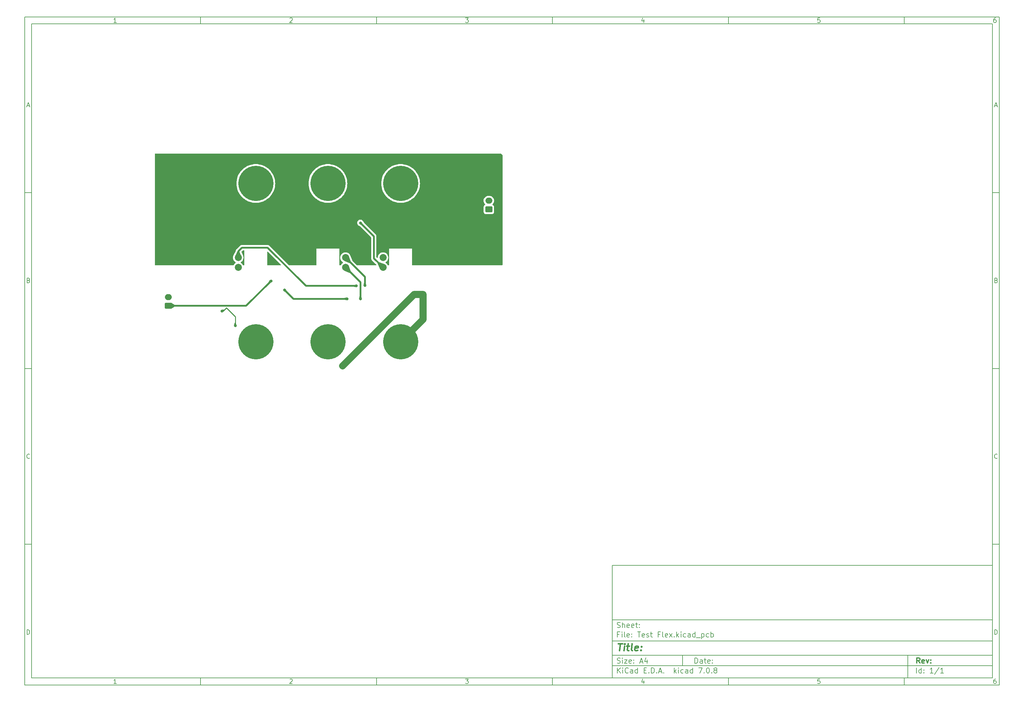
<source format=gbr>
%TF.GenerationSoftware,KiCad,Pcbnew,7.0.8*%
%TF.CreationDate,2023-11-08T15:44:53-05:00*%
%TF.ProjectId,Test Flex,54657374-2046-46c6-9578-2e6b69636164,rev?*%
%TF.SameCoordinates,Original*%
%TF.FileFunction,Copper,L2,Bot*%
%TF.FilePolarity,Positive*%
%FSLAX46Y46*%
G04 Gerber Fmt 4.6, Leading zero omitted, Abs format (unit mm)*
G04 Created by KiCad (PCBNEW 7.0.8) date 2023-11-08 15:44:53*
%MOMM*%
%LPD*%
G01*
G04 APERTURE LIST*
G04 Aperture macros list*
%AMRoundRect*
0 Rectangle with rounded corners*
0 $1 Rounding radius*
0 $2 $3 $4 $5 $6 $7 $8 $9 X,Y pos of 4 corners*
0 Add a 4 corners polygon primitive as box body*
4,1,4,$2,$3,$4,$5,$6,$7,$8,$9,$2,$3,0*
0 Add four circle primitives for the rounded corners*
1,1,$1+$1,$2,$3*
1,1,$1+$1,$4,$5*
1,1,$1+$1,$6,$7*
1,1,$1+$1,$8,$9*
0 Add four rect primitives between the rounded corners*
20,1,$1+$1,$2,$3,$4,$5,0*
20,1,$1+$1,$4,$5,$6,$7,0*
20,1,$1+$1,$6,$7,$8,$9,0*
20,1,$1+$1,$8,$9,$2,$3,0*%
G04 Aperture macros list end*
%ADD10C,0.100000*%
%ADD11C,0.150000*%
%ADD12C,0.300000*%
%ADD13C,0.400000*%
%TA.AperFunction,ComponentPad*%
%ADD14C,10.000000*%
%TD*%
%TA.AperFunction,ComponentPad*%
%ADD15C,2.000000*%
%TD*%
%TA.AperFunction,ComponentPad*%
%ADD16RoundRect,0.250000X0.750000X-0.600000X0.750000X0.600000X-0.750000X0.600000X-0.750000X-0.600000X0*%
%TD*%
%TA.AperFunction,ComponentPad*%
%ADD17O,2.000000X1.700000*%
%TD*%
%TA.AperFunction,ViaPad*%
%ADD18C,0.800000*%
%TD*%
%TA.AperFunction,Conductor*%
%ADD19C,0.500000*%
%TD*%
%TA.AperFunction,Conductor*%
%ADD20C,0.250000*%
%TD*%
%TA.AperFunction,Conductor*%
%ADD21C,2.000000*%
%TD*%
G04 APERTURE END LIST*
D10*
D11*
X177002200Y-166007200D02*
X285002200Y-166007200D01*
X285002200Y-198007200D01*
X177002200Y-198007200D01*
X177002200Y-166007200D01*
D10*
D11*
X10000000Y-10000000D02*
X287002200Y-10000000D01*
X287002200Y-200007200D01*
X10000000Y-200007200D01*
X10000000Y-10000000D01*
D10*
D11*
X12000000Y-12000000D02*
X285002200Y-12000000D01*
X285002200Y-198007200D01*
X12000000Y-198007200D01*
X12000000Y-12000000D01*
D10*
D11*
X60000000Y-12000000D02*
X60000000Y-10000000D01*
D10*
D11*
X110000000Y-12000000D02*
X110000000Y-10000000D01*
D10*
D11*
X160000000Y-12000000D02*
X160000000Y-10000000D01*
D10*
D11*
X210000000Y-12000000D02*
X210000000Y-10000000D01*
D10*
D11*
X260000000Y-12000000D02*
X260000000Y-10000000D01*
D10*
D11*
X36089160Y-11593604D02*
X35346303Y-11593604D01*
X35717731Y-11593604D02*
X35717731Y-10293604D01*
X35717731Y-10293604D02*
X35593922Y-10479319D01*
X35593922Y-10479319D02*
X35470112Y-10603128D01*
X35470112Y-10603128D02*
X35346303Y-10665033D01*
D10*
D11*
X85346303Y-10417414D02*
X85408207Y-10355509D01*
X85408207Y-10355509D02*
X85532017Y-10293604D01*
X85532017Y-10293604D02*
X85841541Y-10293604D01*
X85841541Y-10293604D02*
X85965350Y-10355509D01*
X85965350Y-10355509D02*
X86027255Y-10417414D01*
X86027255Y-10417414D02*
X86089160Y-10541223D01*
X86089160Y-10541223D02*
X86089160Y-10665033D01*
X86089160Y-10665033D02*
X86027255Y-10850747D01*
X86027255Y-10850747D02*
X85284398Y-11593604D01*
X85284398Y-11593604D02*
X86089160Y-11593604D01*
D10*
D11*
X135284398Y-10293604D02*
X136089160Y-10293604D01*
X136089160Y-10293604D02*
X135655826Y-10788842D01*
X135655826Y-10788842D02*
X135841541Y-10788842D01*
X135841541Y-10788842D02*
X135965350Y-10850747D01*
X135965350Y-10850747D02*
X136027255Y-10912652D01*
X136027255Y-10912652D02*
X136089160Y-11036461D01*
X136089160Y-11036461D02*
X136089160Y-11345985D01*
X136089160Y-11345985D02*
X136027255Y-11469795D01*
X136027255Y-11469795D02*
X135965350Y-11531700D01*
X135965350Y-11531700D02*
X135841541Y-11593604D01*
X135841541Y-11593604D02*
X135470112Y-11593604D01*
X135470112Y-11593604D02*
X135346303Y-11531700D01*
X135346303Y-11531700D02*
X135284398Y-11469795D01*
D10*
D11*
X185965350Y-10726938D02*
X185965350Y-11593604D01*
X185655826Y-10231700D02*
X185346303Y-11160271D01*
X185346303Y-11160271D02*
X186151064Y-11160271D01*
D10*
D11*
X236027255Y-10293604D02*
X235408207Y-10293604D01*
X235408207Y-10293604D02*
X235346303Y-10912652D01*
X235346303Y-10912652D02*
X235408207Y-10850747D01*
X235408207Y-10850747D02*
X235532017Y-10788842D01*
X235532017Y-10788842D02*
X235841541Y-10788842D01*
X235841541Y-10788842D02*
X235965350Y-10850747D01*
X235965350Y-10850747D02*
X236027255Y-10912652D01*
X236027255Y-10912652D02*
X236089160Y-11036461D01*
X236089160Y-11036461D02*
X236089160Y-11345985D01*
X236089160Y-11345985D02*
X236027255Y-11469795D01*
X236027255Y-11469795D02*
X235965350Y-11531700D01*
X235965350Y-11531700D02*
X235841541Y-11593604D01*
X235841541Y-11593604D02*
X235532017Y-11593604D01*
X235532017Y-11593604D02*
X235408207Y-11531700D01*
X235408207Y-11531700D02*
X235346303Y-11469795D01*
D10*
D11*
X285965350Y-10293604D02*
X285717731Y-10293604D01*
X285717731Y-10293604D02*
X285593922Y-10355509D01*
X285593922Y-10355509D02*
X285532017Y-10417414D01*
X285532017Y-10417414D02*
X285408207Y-10603128D01*
X285408207Y-10603128D02*
X285346303Y-10850747D01*
X285346303Y-10850747D02*
X285346303Y-11345985D01*
X285346303Y-11345985D02*
X285408207Y-11469795D01*
X285408207Y-11469795D02*
X285470112Y-11531700D01*
X285470112Y-11531700D02*
X285593922Y-11593604D01*
X285593922Y-11593604D02*
X285841541Y-11593604D01*
X285841541Y-11593604D02*
X285965350Y-11531700D01*
X285965350Y-11531700D02*
X286027255Y-11469795D01*
X286027255Y-11469795D02*
X286089160Y-11345985D01*
X286089160Y-11345985D02*
X286089160Y-11036461D01*
X286089160Y-11036461D02*
X286027255Y-10912652D01*
X286027255Y-10912652D02*
X285965350Y-10850747D01*
X285965350Y-10850747D02*
X285841541Y-10788842D01*
X285841541Y-10788842D02*
X285593922Y-10788842D01*
X285593922Y-10788842D02*
X285470112Y-10850747D01*
X285470112Y-10850747D02*
X285408207Y-10912652D01*
X285408207Y-10912652D02*
X285346303Y-11036461D01*
D10*
D11*
X60000000Y-198007200D02*
X60000000Y-200007200D01*
D10*
D11*
X110000000Y-198007200D02*
X110000000Y-200007200D01*
D10*
D11*
X160000000Y-198007200D02*
X160000000Y-200007200D01*
D10*
D11*
X210000000Y-198007200D02*
X210000000Y-200007200D01*
D10*
D11*
X260000000Y-198007200D02*
X260000000Y-200007200D01*
D10*
D11*
X36089160Y-199600804D02*
X35346303Y-199600804D01*
X35717731Y-199600804D02*
X35717731Y-198300804D01*
X35717731Y-198300804D02*
X35593922Y-198486519D01*
X35593922Y-198486519D02*
X35470112Y-198610328D01*
X35470112Y-198610328D02*
X35346303Y-198672233D01*
D10*
D11*
X85346303Y-198424614D02*
X85408207Y-198362709D01*
X85408207Y-198362709D02*
X85532017Y-198300804D01*
X85532017Y-198300804D02*
X85841541Y-198300804D01*
X85841541Y-198300804D02*
X85965350Y-198362709D01*
X85965350Y-198362709D02*
X86027255Y-198424614D01*
X86027255Y-198424614D02*
X86089160Y-198548423D01*
X86089160Y-198548423D02*
X86089160Y-198672233D01*
X86089160Y-198672233D02*
X86027255Y-198857947D01*
X86027255Y-198857947D02*
X85284398Y-199600804D01*
X85284398Y-199600804D02*
X86089160Y-199600804D01*
D10*
D11*
X135284398Y-198300804D02*
X136089160Y-198300804D01*
X136089160Y-198300804D02*
X135655826Y-198796042D01*
X135655826Y-198796042D02*
X135841541Y-198796042D01*
X135841541Y-198796042D02*
X135965350Y-198857947D01*
X135965350Y-198857947D02*
X136027255Y-198919852D01*
X136027255Y-198919852D02*
X136089160Y-199043661D01*
X136089160Y-199043661D02*
X136089160Y-199353185D01*
X136089160Y-199353185D02*
X136027255Y-199476995D01*
X136027255Y-199476995D02*
X135965350Y-199538900D01*
X135965350Y-199538900D02*
X135841541Y-199600804D01*
X135841541Y-199600804D02*
X135470112Y-199600804D01*
X135470112Y-199600804D02*
X135346303Y-199538900D01*
X135346303Y-199538900D02*
X135284398Y-199476995D01*
D10*
D11*
X185965350Y-198734138D02*
X185965350Y-199600804D01*
X185655826Y-198238900D02*
X185346303Y-199167471D01*
X185346303Y-199167471D02*
X186151064Y-199167471D01*
D10*
D11*
X236027255Y-198300804D02*
X235408207Y-198300804D01*
X235408207Y-198300804D02*
X235346303Y-198919852D01*
X235346303Y-198919852D02*
X235408207Y-198857947D01*
X235408207Y-198857947D02*
X235532017Y-198796042D01*
X235532017Y-198796042D02*
X235841541Y-198796042D01*
X235841541Y-198796042D02*
X235965350Y-198857947D01*
X235965350Y-198857947D02*
X236027255Y-198919852D01*
X236027255Y-198919852D02*
X236089160Y-199043661D01*
X236089160Y-199043661D02*
X236089160Y-199353185D01*
X236089160Y-199353185D02*
X236027255Y-199476995D01*
X236027255Y-199476995D02*
X235965350Y-199538900D01*
X235965350Y-199538900D02*
X235841541Y-199600804D01*
X235841541Y-199600804D02*
X235532017Y-199600804D01*
X235532017Y-199600804D02*
X235408207Y-199538900D01*
X235408207Y-199538900D02*
X235346303Y-199476995D01*
D10*
D11*
X285965350Y-198300804D02*
X285717731Y-198300804D01*
X285717731Y-198300804D02*
X285593922Y-198362709D01*
X285593922Y-198362709D02*
X285532017Y-198424614D01*
X285532017Y-198424614D02*
X285408207Y-198610328D01*
X285408207Y-198610328D02*
X285346303Y-198857947D01*
X285346303Y-198857947D02*
X285346303Y-199353185D01*
X285346303Y-199353185D02*
X285408207Y-199476995D01*
X285408207Y-199476995D02*
X285470112Y-199538900D01*
X285470112Y-199538900D02*
X285593922Y-199600804D01*
X285593922Y-199600804D02*
X285841541Y-199600804D01*
X285841541Y-199600804D02*
X285965350Y-199538900D01*
X285965350Y-199538900D02*
X286027255Y-199476995D01*
X286027255Y-199476995D02*
X286089160Y-199353185D01*
X286089160Y-199353185D02*
X286089160Y-199043661D01*
X286089160Y-199043661D02*
X286027255Y-198919852D01*
X286027255Y-198919852D02*
X285965350Y-198857947D01*
X285965350Y-198857947D02*
X285841541Y-198796042D01*
X285841541Y-198796042D02*
X285593922Y-198796042D01*
X285593922Y-198796042D02*
X285470112Y-198857947D01*
X285470112Y-198857947D02*
X285408207Y-198919852D01*
X285408207Y-198919852D02*
X285346303Y-199043661D01*
D10*
D11*
X10000000Y-60000000D02*
X12000000Y-60000000D01*
D10*
D11*
X10000000Y-110000000D02*
X12000000Y-110000000D01*
D10*
D11*
X10000000Y-160000000D02*
X12000000Y-160000000D01*
D10*
D11*
X10690476Y-35222176D02*
X11309523Y-35222176D01*
X10566666Y-35593604D02*
X10999999Y-34293604D01*
X10999999Y-34293604D02*
X11433333Y-35593604D01*
D10*
D11*
X11092857Y-84912652D02*
X11278571Y-84974557D01*
X11278571Y-84974557D02*
X11340476Y-85036461D01*
X11340476Y-85036461D02*
X11402380Y-85160271D01*
X11402380Y-85160271D02*
X11402380Y-85345985D01*
X11402380Y-85345985D02*
X11340476Y-85469795D01*
X11340476Y-85469795D02*
X11278571Y-85531700D01*
X11278571Y-85531700D02*
X11154761Y-85593604D01*
X11154761Y-85593604D02*
X10659523Y-85593604D01*
X10659523Y-85593604D02*
X10659523Y-84293604D01*
X10659523Y-84293604D02*
X11092857Y-84293604D01*
X11092857Y-84293604D02*
X11216666Y-84355509D01*
X11216666Y-84355509D02*
X11278571Y-84417414D01*
X11278571Y-84417414D02*
X11340476Y-84541223D01*
X11340476Y-84541223D02*
X11340476Y-84665033D01*
X11340476Y-84665033D02*
X11278571Y-84788842D01*
X11278571Y-84788842D02*
X11216666Y-84850747D01*
X11216666Y-84850747D02*
X11092857Y-84912652D01*
X11092857Y-84912652D02*
X10659523Y-84912652D01*
D10*
D11*
X11402380Y-135469795D02*
X11340476Y-135531700D01*
X11340476Y-135531700D02*
X11154761Y-135593604D01*
X11154761Y-135593604D02*
X11030952Y-135593604D01*
X11030952Y-135593604D02*
X10845238Y-135531700D01*
X10845238Y-135531700D02*
X10721428Y-135407890D01*
X10721428Y-135407890D02*
X10659523Y-135284080D01*
X10659523Y-135284080D02*
X10597619Y-135036461D01*
X10597619Y-135036461D02*
X10597619Y-134850747D01*
X10597619Y-134850747D02*
X10659523Y-134603128D01*
X10659523Y-134603128D02*
X10721428Y-134479319D01*
X10721428Y-134479319D02*
X10845238Y-134355509D01*
X10845238Y-134355509D02*
X11030952Y-134293604D01*
X11030952Y-134293604D02*
X11154761Y-134293604D01*
X11154761Y-134293604D02*
X11340476Y-134355509D01*
X11340476Y-134355509D02*
X11402380Y-134417414D01*
D10*
D11*
X10659523Y-185593604D02*
X10659523Y-184293604D01*
X10659523Y-184293604D02*
X10969047Y-184293604D01*
X10969047Y-184293604D02*
X11154761Y-184355509D01*
X11154761Y-184355509D02*
X11278571Y-184479319D01*
X11278571Y-184479319D02*
X11340476Y-184603128D01*
X11340476Y-184603128D02*
X11402380Y-184850747D01*
X11402380Y-184850747D02*
X11402380Y-185036461D01*
X11402380Y-185036461D02*
X11340476Y-185284080D01*
X11340476Y-185284080D02*
X11278571Y-185407890D01*
X11278571Y-185407890D02*
X11154761Y-185531700D01*
X11154761Y-185531700D02*
X10969047Y-185593604D01*
X10969047Y-185593604D02*
X10659523Y-185593604D01*
D10*
D11*
X287002200Y-60000000D02*
X285002200Y-60000000D01*
D10*
D11*
X287002200Y-110000000D02*
X285002200Y-110000000D01*
D10*
D11*
X287002200Y-160000000D02*
X285002200Y-160000000D01*
D10*
D11*
X285692676Y-35222176D02*
X286311723Y-35222176D01*
X285568866Y-35593604D02*
X286002199Y-34293604D01*
X286002199Y-34293604D02*
X286435533Y-35593604D01*
D10*
D11*
X286095057Y-84912652D02*
X286280771Y-84974557D01*
X286280771Y-84974557D02*
X286342676Y-85036461D01*
X286342676Y-85036461D02*
X286404580Y-85160271D01*
X286404580Y-85160271D02*
X286404580Y-85345985D01*
X286404580Y-85345985D02*
X286342676Y-85469795D01*
X286342676Y-85469795D02*
X286280771Y-85531700D01*
X286280771Y-85531700D02*
X286156961Y-85593604D01*
X286156961Y-85593604D02*
X285661723Y-85593604D01*
X285661723Y-85593604D02*
X285661723Y-84293604D01*
X285661723Y-84293604D02*
X286095057Y-84293604D01*
X286095057Y-84293604D02*
X286218866Y-84355509D01*
X286218866Y-84355509D02*
X286280771Y-84417414D01*
X286280771Y-84417414D02*
X286342676Y-84541223D01*
X286342676Y-84541223D02*
X286342676Y-84665033D01*
X286342676Y-84665033D02*
X286280771Y-84788842D01*
X286280771Y-84788842D02*
X286218866Y-84850747D01*
X286218866Y-84850747D02*
X286095057Y-84912652D01*
X286095057Y-84912652D02*
X285661723Y-84912652D01*
D10*
D11*
X286404580Y-135469795D02*
X286342676Y-135531700D01*
X286342676Y-135531700D02*
X286156961Y-135593604D01*
X286156961Y-135593604D02*
X286033152Y-135593604D01*
X286033152Y-135593604D02*
X285847438Y-135531700D01*
X285847438Y-135531700D02*
X285723628Y-135407890D01*
X285723628Y-135407890D02*
X285661723Y-135284080D01*
X285661723Y-135284080D02*
X285599819Y-135036461D01*
X285599819Y-135036461D02*
X285599819Y-134850747D01*
X285599819Y-134850747D02*
X285661723Y-134603128D01*
X285661723Y-134603128D02*
X285723628Y-134479319D01*
X285723628Y-134479319D02*
X285847438Y-134355509D01*
X285847438Y-134355509D02*
X286033152Y-134293604D01*
X286033152Y-134293604D02*
X286156961Y-134293604D01*
X286156961Y-134293604D02*
X286342676Y-134355509D01*
X286342676Y-134355509D02*
X286404580Y-134417414D01*
D10*
D11*
X285661723Y-185593604D02*
X285661723Y-184293604D01*
X285661723Y-184293604D02*
X285971247Y-184293604D01*
X285971247Y-184293604D02*
X286156961Y-184355509D01*
X286156961Y-184355509D02*
X286280771Y-184479319D01*
X286280771Y-184479319D02*
X286342676Y-184603128D01*
X286342676Y-184603128D02*
X286404580Y-184850747D01*
X286404580Y-184850747D02*
X286404580Y-185036461D01*
X286404580Y-185036461D02*
X286342676Y-185284080D01*
X286342676Y-185284080D02*
X286280771Y-185407890D01*
X286280771Y-185407890D02*
X286156961Y-185531700D01*
X286156961Y-185531700D02*
X285971247Y-185593604D01*
X285971247Y-185593604D02*
X285661723Y-185593604D01*
D10*
D11*
X200458026Y-193793328D02*
X200458026Y-192293328D01*
X200458026Y-192293328D02*
X200815169Y-192293328D01*
X200815169Y-192293328D02*
X201029455Y-192364757D01*
X201029455Y-192364757D02*
X201172312Y-192507614D01*
X201172312Y-192507614D02*
X201243741Y-192650471D01*
X201243741Y-192650471D02*
X201315169Y-192936185D01*
X201315169Y-192936185D02*
X201315169Y-193150471D01*
X201315169Y-193150471D02*
X201243741Y-193436185D01*
X201243741Y-193436185D02*
X201172312Y-193579042D01*
X201172312Y-193579042D02*
X201029455Y-193721900D01*
X201029455Y-193721900D02*
X200815169Y-193793328D01*
X200815169Y-193793328D02*
X200458026Y-193793328D01*
X202600884Y-193793328D02*
X202600884Y-193007614D01*
X202600884Y-193007614D02*
X202529455Y-192864757D01*
X202529455Y-192864757D02*
X202386598Y-192793328D01*
X202386598Y-192793328D02*
X202100884Y-192793328D01*
X202100884Y-192793328D02*
X201958026Y-192864757D01*
X202600884Y-193721900D02*
X202458026Y-193793328D01*
X202458026Y-193793328D02*
X202100884Y-193793328D01*
X202100884Y-193793328D02*
X201958026Y-193721900D01*
X201958026Y-193721900D02*
X201886598Y-193579042D01*
X201886598Y-193579042D02*
X201886598Y-193436185D01*
X201886598Y-193436185D02*
X201958026Y-193293328D01*
X201958026Y-193293328D02*
X202100884Y-193221900D01*
X202100884Y-193221900D02*
X202458026Y-193221900D01*
X202458026Y-193221900D02*
X202600884Y-193150471D01*
X203100884Y-192793328D02*
X203672312Y-192793328D01*
X203315169Y-192293328D02*
X203315169Y-193579042D01*
X203315169Y-193579042D02*
X203386598Y-193721900D01*
X203386598Y-193721900D02*
X203529455Y-193793328D01*
X203529455Y-193793328D02*
X203672312Y-193793328D01*
X204743741Y-193721900D02*
X204600884Y-193793328D01*
X204600884Y-193793328D02*
X204315170Y-193793328D01*
X204315170Y-193793328D02*
X204172312Y-193721900D01*
X204172312Y-193721900D02*
X204100884Y-193579042D01*
X204100884Y-193579042D02*
X204100884Y-193007614D01*
X204100884Y-193007614D02*
X204172312Y-192864757D01*
X204172312Y-192864757D02*
X204315170Y-192793328D01*
X204315170Y-192793328D02*
X204600884Y-192793328D01*
X204600884Y-192793328D02*
X204743741Y-192864757D01*
X204743741Y-192864757D02*
X204815170Y-193007614D01*
X204815170Y-193007614D02*
X204815170Y-193150471D01*
X204815170Y-193150471D02*
X204100884Y-193293328D01*
X205458026Y-193650471D02*
X205529455Y-193721900D01*
X205529455Y-193721900D02*
X205458026Y-193793328D01*
X205458026Y-193793328D02*
X205386598Y-193721900D01*
X205386598Y-193721900D02*
X205458026Y-193650471D01*
X205458026Y-193650471D02*
X205458026Y-193793328D01*
X205458026Y-192864757D02*
X205529455Y-192936185D01*
X205529455Y-192936185D02*
X205458026Y-193007614D01*
X205458026Y-193007614D02*
X205386598Y-192936185D01*
X205386598Y-192936185D02*
X205458026Y-192864757D01*
X205458026Y-192864757D02*
X205458026Y-193007614D01*
D10*
D11*
X177002200Y-194507200D02*
X285002200Y-194507200D01*
D10*
D11*
X178458026Y-196593328D02*
X178458026Y-195093328D01*
X179315169Y-196593328D02*
X178672312Y-195736185D01*
X179315169Y-195093328D02*
X178458026Y-195950471D01*
X179958026Y-196593328D02*
X179958026Y-195593328D01*
X179958026Y-195093328D02*
X179886598Y-195164757D01*
X179886598Y-195164757D02*
X179958026Y-195236185D01*
X179958026Y-195236185D02*
X180029455Y-195164757D01*
X180029455Y-195164757D02*
X179958026Y-195093328D01*
X179958026Y-195093328D02*
X179958026Y-195236185D01*
X181529455Y-196450471D02*
X181458027Y-196521900D01*
X181458027Y-196521900D02*
X181243741Y-196593328D01*
X181243741Y-196593328D02*
X181100884Y-196593328D01*
X181100884Y-196593328D02*
X180886598Y-196521900D01*
X180886598Y-196521900D02*
X180743741Y-196379042D01*
X180743741Y-196379042D02*
X180672312Y-196236185D01*
X180672312Y-196236185D02*
X180600884Y-195950471D01*
X180600884Y-195950471D02*
X180600884Y-195736185D01*
X180600884Y-195736185D02*
X180672312Y-195450471D01*
X180672312Y-195450471D02*
X180743741Y-195307614D01*
X180743741Y-195307614D02*
X180886598Y-195164757D01*
X180886598Y-195164757D02*
X181100884Y-195093328D01*
X181100884Y-195093328D02*
X181243741Y-195093328D01*
X181243741Y-195093328D02*
X181458027Y-195164757D01*
X181458027Y-195164757D02*
X181529455Y-195236185D01*
X182815170Y-196593328D02*
X182815170Y-195807614D01*
X182815170Y-195807614D02*
X182743741Y-195664757D01*
X182743741Y-195664757D02*
X182600884Y-195593328D01*
X182600884Y-195593328D02*
X182315170Y-195593328D01*
X182315170Y-195593328D02*
X182172312Y-195664757D01*
X182815170Y-196521900D02*
X182672312Y-196593328D01*
X182672312Y-196593328D02*
X182315170Y-196593328D01*
X182315170Y-196593328D02*
X182172312Y-196521900D01*
X182172312Y-196521900D02*
X182100884Y-196379042D01*
X182100884Y-196379042D02*
X182100884Y-196236185D01*
X182100884Y-196236185D02*
X182172312Y-196093328D01*
X182172312Y-196093328D02*
X182315170Y-196021900D01*
X182315170Y-196021900D02*
X182672312Y-196021900D01*
X182672312Y-196021900D02*
X182815170Y-195950471D01*
X184172313Y-196593328D02*
X184172313Y-195093328D01*
X184172313Y-196521900D02*
X184029455Y-196593328D01*
X184029455Y-196593328D02*
X183743741Y-196593328D01*
X183743741Y-196593328D02*
X183600884Y-196521900D01*
X183600884Y-196521900D02*
X183529455Y-196450471D01*
X183529455Y-196450471D02*
X183458027Y-196307614D01*
X183458027Y-196307614D02*
X183458027Y-195879042D01*
X183458027Y-195879042D02*
X183529455Y-195736185D01*
X183529455Y-195736185D02*
X183600884Y-195664757D01*
X183600884Y-195664757D02*
X183743741Y-195593328D01*
X183743741Y-195593328D02*
X184029455Y-195593328D01*
X184029455Y-195593328D02*
X184172313Y-195664757D01*
X186029455Y-195807614D02*
X186529455Y-195807614D01*
X186743741Y-196593328D02*
X186029455Y-196593328D01*
X186029455Y-196593328D02*
X186029455Y-195093328D01*
X186029455Y-195093328D02*
X186743741Y-195093328D01*
X187386598Y-196450471D02*
X187458027Y-196521900D01*
X187458027Y-196521900D02*
X187386598Y-196593328D01*
X187386598Y-196593328D02*
X187315170Y-196521900D01*
X187315170Y-196521900D02*
X187386598Y-196450471D01*
X187386598Y-196450471D02*
X187386598Y-196593328D01*
X188100884Y-196593328D02*
X188100884Y-195093328D01*
X188100884Y-195093328D02*
X188458027Y-195093328D01*
X188458027Y-195093328D02*
X188672313Y-195164757D01*
X188672313Y-195164757D02*
X188815170Y-195307614D01*
X188815170Y-195307614D02*
X188886599Y-195450471D01*
X188886599Y-195450471D02*
X188958027Y-195736185D01*
X188958027Y-195736185D02*
X188958027Y-195950471D01*
X188958027Y-195950471D02*
X188886599Y-196236185D01*
X188886599Y-196236185D02*
X188815170Y-196379042D01*
X188815170Y-196379042D02*
X188672313Y-196521900D01*
X188672313Y-196521900D02*
X188458027Y-196593328D01*
X188458027Y-196593328D02*
X188100884Y-196593328D01*
X189600884Y-196450471D02*
X189672313Y-196521900D01*
X189672313Y-196521900D02*
X189600884Y-196593328D01*
X189600884Y-196593328D02*
X189529456Y-196521900D01*
X189529456Y-196521900D02*
X189600884Y-196450471D01*
X189600884Y-196450471D02*
X189600884Y-196593328D01*
X190243742Y-196164757D02*
X190958028Y-196164757D01*
X190100885Y-196593328D02*
X190600885Y-195093328D01*
X190600885Y-195093328D02*
X191100885Y-196593328D01*
X191600884Y-196450471D02*
X191672313Y-196521900D01*
X191672313Y-196521900D02*
X191600884Y-196593328D01*
X191600884Y-196593328D02*
X191529456Y-196521900D01*
X191529456Y-196521900D02*
X191600884Y-196450471D01*
X191600884Y-196450471D02*
X191600884Y-196593328D01*
X194600884Y-196593328D02*
X194600884Y-195093328D01*
X194743742Y-196021900D02*
X195172313Y-196593328D01*
X195172313Y-195593328D02*
X194600884Y-196164757D01*
X195815170Y-196593328D02*
X195815170Y-195593328D01*
X195815170Y-195093328D02*
X195743742Y-195164757D01*
X195743742Y-195164757D02*
X195815170Y-195236185D01*
X195815170Y-195236185D02*
X195886599Y-195164757D01*
X195886599Y-195164757D02*
X195815170Y-195093328D01*
X195815170Y-195093328D02*
X195815170Y-195236185D01*
X197172314Y-196521900D02*
X197029456Y-196593328D01*
X197029456Y-196593328D02*
X196743742Y-196593328D01*
X196743742Y-196593328D02*
X196600885Y-196521900D01*
X196600885Y-196521900D02*
X196529456Y-196450471D01*
X196529456Y-196450471D02*
X196458028Y-196307614D01*
X196458028Y-196307614D02*
X196458028Y-195879042D01*
X196458028Y-195879042D02*
X196529456Y-195736185D01*
X196529456Y-195736185D02*
X196600885Y-195664757D01*
X196600885Y-195664757D02*
X196743742Y-195593328D01*
X196743742Y-195593328D02*
X197029456Y-195593328D01*
X197029456Y-195593328D02*
X197172314Y-195664757D01*
X198458028Y-196593328D02*
X198458028Y-195807614D01*
X198458028Y-195807614D02*
X198386599Y-195664757D01*
X198386599Y-195664757D02*
X198243742Y-195593328D01*
X198243742Y-195593328D02*
X197958028Y-195593328D01*
X197958028Y-195593328D02*
X197815170Y-195664757D01*
X198458028Y-196521900D02*
X198315170Y-196593328D01*
X198315170Y-196593328D02*
X197958028Y-196593328D01*
X197958028Y-196593328D02*
X197815170Y-196521900D01*
X197815170Y-196521900D02*
X197743742Y-196379042D01*
X197743742Y-196379042D02*
X197743742Y-196236185D01*
X197743742Y-196236185D02*
X197815170Y-196093328D01*
X197815170Y-196093328D02*
X197958028Y-196021900D01*
X197958028Y-196021900D02*
X198315170Y-196021900D01*
X198315170Y-196021900D02*
X198458028Y-195950471D01*
X199815171Y-196593328D02*
X199815171Y-195093328D01*
X199815171Y-196521900D02*
X199672313Y-196593328D01*
X199672313Y-196593328D02*
X199386599Y-196593328D01*
X199386599Y-196593328D02*
X199243742Y-196521900D01*
X199243742Y-196521900D02*
X199172313Y-196450471D01*
X199172313Y-196450471D02*
X199100885Y-196307614D01*
X199100885Y-196307614D02*
X199100885Y-195879042D01*
X199100885Y-195879042D02*
X199172313Y-195736185D01*
X199172313Y-195736185D02*
X199243742Y-195664757D01*
X199243742Y-195664757D02*
X199386599Y-195593328D01*
X199386599Y-195593328D02*
X199672313Y-195593328D01*
X199672313Y-195593328D02*
X199815171Y-195664757D01*
X201529456Y-195093328D02*
X202529456Y-195093328D01*
X202529456Y-195093328D02*
X201886599Y-196593328D01*
X203100884Y-196450471D02*
X203172313Y-196521900D01*
X203172313Y-196521900D02*
X203100884Y-196593328D01*
X203100884Y-196593328D02*
X203029456Y-196521900D01*
X203029456Y-196521900D02*
X203100884Y-196450471D01*
X203100884Y-196450471D02*
X203100884Y-196593328D01*
X204100885Y-195093328D02*
X204243742Y-195093328D01*
X204243742Y-195093328D02*
X204386599Y-195164757D01*
X204386599Y-195164757D02*
X204458028Y-195236185D01*
X204458028Y-195236185D02*
X204529456Y-195379042D01*
X204529456Y-195379042D02*
X204600885Y-195664757D01*
X204600885Y-195664757D02*
X204600885Y-196021900D01*
X204600885Y-196021900D02*
X204529456Y-196307614D01*
X204529456Y-196307614D02*
X204458028Y-196450471D01*
X204458028Y-196450471D02*
X204386599Y-196521900D01*
X204386599Y-196521900D02*
X204243742Y-196593328D01*
X204243742Y-196593328D02*
X204100885Y-196593328D01*
X204100885Y-196593328D02*
X203958028Y-196521900D01*
X203958028Y-196521900D02*
X203886599Y-196450471D01*
X203886599Y-196450471D02*
X203815170Y-196307614D01*
X203815170Y-196307614D02*
X203743742Y-196021900D01*
X203743742Y-196021900D02*
X203743742Y-195664757D01*
X203743742Y-195664757D02*
X203815170Y-195379042D01*
X203815170Y-195379042D02*
X203886599Y-195236185D01*
X203886599Y-195236185D02*
X203958028Y-195164757D01*
X203958028Y-195164757D02*
X204100885Y-195093328D01*
X205243741Y-196450471D02*
X205315170Y-196521900D01*
X205315170Y-196521900D02*
X205243741Y-196593328D01*
X205243741Y-196593328D02*
X205172313Y-196521900D01*
X205172313Y-196521900D02*
X205243741Y-196450471D01*
X205243741Y-196450471D02*
X205243741Y-196593328D01*
X206172313Y-195736185D02*
X206029456Y-195664757D01*
X206029456Y-195664757D02*
X205958027Y-195593328D01*
X205958027Y-195593328D02*
X205886599Y-195450471D01*
X205886599Y-195450471D02*
X205886599Y-195379042D01*
X205886599Y-195379042D02*
X205958027Y-195236185D01*
X205958027Y-195236185D02*
X206029456Y-195164757D01*
X206029456Y-195164757D02*
X206172313Y-195093328D01*
X206172313Y-195093328D02*
X206458027Y-195093328D01*
X206458027Y-195093328D02*
X206600885Y-195164757D01*
X206600885Y-195164757D02*
X206672313Y-195236185D01*
X206672313Y-195236185D02*
X206743742Y-195379042D01*
X206743742Y-195379042D02*
X206743742Y-195450471D01*
X206743742Y-195450471D02*
X206672313Y-195593328D01*
X206672313Y-195593328D02*
X206600885Y-195664757D01*
X206600885Y-195664757D02*
X206458027Y-195736185D01*
X206458027Y-195736185D02*
X206172313Y-195736185D01*
X206172313Y-195736185D02*
X206029456Y-195807614D01*
X206029456Y-195807614D02*
X205958027Y-195879042D01*
X205958027Y-195879042D02*
X205886599Y-196021900D01*
X205886599Y-196021900D02*
X205886599Y-196307614D01*
X205886599Y-196307614D02*
X205958027Y-196450471D01*
X205958027Y-196450471D02*
X206029456Y-196521900D01*
X206029456Y-196521900D02*
X206172313Y-196593328D01*
X206172313Y-196593328D02*
X206458027Y-196593328D01*
X206458027Y-196593328D02*
X206600885Y-196521900D01*
X206600885Y-196521900D02*
X206672313Y-196450471D01*
X206672313Y-196450471D02*
X206743742Y-196307614D01*
X206743742Y-196307614D02*
X206743742Y-196021900D01*
X206743742Y-196021900D02*
X206672313Y-195879042D01*
X206672313Y-195879042D02*
X206600885Y-195807614D01*
X206600885Y-195807614D02*
X206458027Y-195736185D01*
D10*
D11*
X177002200Y-191507200D02*
X285002200Y-191507200D01*
D10*
D12*
X264413853Y-193785528D02*
X263913853Y-193071242D01*
X263556710Y-193785528D02*
X263556710Y-192285528D01*
X263556710Y-192285528D02*
X264128139Y-192285528D01*
X264128139Y-192285528D02*
X264270996Y-192356957D01*
X264270996Y-192356957D02*
X264342425Y-192428385D01*
X264342425Y-192428385D02*
X264413853Y-192571242D01*
X264413853Y-192571242D02*
X264413853Y-192785528D01*
X264413853Y-192785528D02*
X264342425Y-192928385D01*
X264342425Y-192928385D02*
X264270996Y-192999814D01*
X264270996Y-192999814D02*
X264128139Y-193071242D01*
X264128139Y-193071242D02*
X263556710Y-193071242D01*
X265628139Y-193714100D02*
X265485282Y-193785528D01*
X265485282Y-193785528D02*
X265199568Y-193785528D01*
X265199568Y-193785528D02*
X265056710Y-193714100D01*
X265056710Y-193714100D02*
X264985282Y-193571242D01*
X264985282Y-193571242D02*
X264985282Y-192999814D01*
X264985282Y-192999814D02*
X265056710Y-192856957D01*
X265056710Y-192856957D02*
X265199568Y-192785528D01*
X265199568Y-192785528D02*
X265485282Y-192785528D01*
X265485282Y-192785528D02*
X265628139Y-192856957D01*
X265628139Y-192856957D02*
X265699568Y-192999814D01*
X265699568Y-192999814D02*
X265699568Y-193142671D01*
X265699568Y-193142671D02*
X264985282Y-193285528D01*
X266199567Y-192785528D02*
X266556710Y-193785528D01*
X266556710Y-193785528D02*
X266913853Y-192785528D01*
X267485281Y-193642671D02*
X267556710Y-193714100D01*
X267556710Y-193714100D02*
X267485281Y-193785528D01*
X267485281Y-193785528D02*
X267413853Y-193714100D01*
X267413853Y-193714100D02*
X267485281Y-193642671D01*
X267485281Y-193642671D02*
X267485281Y-193785528D01*
X267485281Y-192856957D02*
X267556710Y-192928385D01*
X267556710Y-192928385D02*
X267485281Y-192999814D01*
X267485281Y-192999814D02*
X267413853Y-192928385D01*
X267413853Y-192928385D02*
X267485281Y-192856957D01*
X267485281Y-192856957D02*
X267485281Y-192999814D01*
D10*
D11*
X178386598Y-193721900D02*
X178600884Y-193793328D01*
X178600884Y-193793328D02*
X178958026Y-193793328D01*
X178958026Y-193793328D02*
X179100884Y-193721900D01*
X179100884Y-193721900D02*
X179172312Y-193650471D01*
X179172312Y-193650471D02*
X179243741Y-193507614D01*
X179243741Y-193507614D02*
X179243741Y-193364757D01*
X179243741Y-193364757D02*
X179172312Y-193221900D01*
X179172312Y-193221900D02*
X179100884Y-193150471D01*
X179100884Y-193150471D02*
X178958026Y-193079042D01*
X178958026Y-193079042D02*
X178672312Y-193007614D01*
X178672312Y-193007614D02*
X178529455Y-192936185D01*
X178529455Y-192936185D02*
X178458026Y-192864757D01*
X178458026Y-192864757D02*
X178386598Y-192721900D01*
X178386598Y-192721900D02*
X178386598Y-192579042D01*
X178386598Y-192579042D02*
X178458026Y-192436185D01*
X178458026Y-192436185D02*
X178529455Y-192364757D01*
X178529455Y-192364757D02*
X178672312Y-192293328D01*
X178672312Y-192293328D02*
X179029455Y-192293328D01*
X179029455Y-192293328D02*
X179243741Y-192364757D01*
X179886597Y-193793328D02*
X179886597Y-192793328D01*
X179886597Y-192293328D02*
X179815169Y-192364757D01*
X179815169Y-192364757D02*
X179886597Y-192436185D01*
X179886597Y-192436185D02*
X179958026Y-192364757D01*
X179958026Y-192364757D02*
X179886597Y-192293328D01*
X179886597Y-192293328D02*
X179886597Y-192436185D01*
X180458026Y-192793328D02*
X181243741Y-192793328D01*
X181243741Y-192793328D02*
X180458026Y-193793328D01*
X180458026Y-193793328D02*
X181243741Y-193793328D01*
X182386598Y-193721900D02*
X182243741Y-193793328D01*
X182243741Y-193793328D02*
X181958027Y-193793328D01*
X181958027Y-193793328D02*
X181815169Y-193721900D01*
X181815169Y-193721900D02*
X181743741Y-193579042D01*
X181743741Y-193579042D02*
X181743741Y-193007614D01*
X181743741Y-193007614D02*
X181815169Y-192864757D01*
X181815169Y-192864757D02*
X181958027Y-192793328D01*
X181958027Y-192793328D02*
X182243741Y-192793328D01*
X182243741Y-192793328D02*
X182386598Y-192864757D01*
X182386598Y-192864757D02*
X182458027Y-193007614D01*
X182458027Y-193007614D02*
X182458027Y-193150471D01*
X182458027Y-193150471D02*
X181743741Y-193293328D01*
X183100883Y-193650471D02*
X183172312Y-193721900D01*
X183172312Y-193721900D02*
X183100883Y-193793328D01*
X183100883Y-193793328D02*
X183029455Y-193721900D01*
X183029455Y-193721900D02*
X183100883Y-193650471D01*
X183100883Y-193650471D02*
X183100883Y-193793328D01*
X183100883Y-192864757D02*
X183172312Y-192936185D01*
X183172312Y-192936185D02*
X183100883Y-193007614D01*
X183100883Y-193007614D02*
X183029455Y-192936185D01*
X183029455Y-192936185D02*
X183100883Y-192864757D01*
X183100883Y-192864757D02*
X183100883Y-193007614D01*
X184886598Y-193364757D02*
X185600884Y-193364757D01*
X184743741Y-193793328D02*
X185243741Y-192293328D01*
X185243741Y-192293328D02*
X185743741Y-193793328D01*
X186886598Y-192793328D02*
X186886598Y-193793328D01*
X186529455Y-192221900D02*
X186172312Y-193293328D01*
X186172312Y-193293328D02*
X187100883Y-193293328D01*
D10*
D11*
X263458026Y-196593328D02*
X263458026Y-195093328D01*
X264815170Y-196593328D02*
X264815170Y-195093328D01*
X264815170Y-196521900D02*
X264672312Y-196593328D01*
X264672312Y-196593328D02*
X264386598Y-196593328D01*
X264386598Y-196593328D02*
X264243741Y-196521900D01*
X264243741Y-196521900D02*
X264172312Y-196450471D01*
X264172312Y-196450471D02*
X264100884Y-196307614D01*
X264100884Y-196307614D02*
X264100884Y-195879042D01*
X264100884Y-195879042D02*
X264172312Y-195736185D01*
X264172312Y-195736185D02*
X264243741Y-195664757D01*
X264243741Y-195664757D02*
X264386598Y-195593328D01*
X264386598Y-195593328D02*
X264672312Y-195593328D01*
X264672312Y-195593328D02*
X264815170Y-195664757D01*
X265529455Y-196450471D02*
X265600884Y-196521900D01*
X265600884Y-196521900D02*
X265529455Y-196593328D01*
X265529455Y-196593328D02*
X265458027Y-196521900D01*
X265458027Y-196521900D02*
X265529455Y-196450471D01*
X265529455Y-196450471D02*
X265529455Y-196593328D01*
X265529455Y-195664757D02*
X265600884Y-195736185D01*
X265600884Y-195736185D02*
X265529455Y-195807614D01*
X265529455Y-195807614D02*
X265458027Y-195736185D01*
X265458027Y-195736185D02*
X265529455Y-195664757D01*
X265529455Y-195664757D02*
X265529455Y-195807614D01*
X268172313Y-196593328D02*
X267315170Y-196593328D01*
X267743741Y-196593328D02*
X267743741Y-195093328D01*
X267743741Y-195093328D02*
X267600884Y-195307614D01*
X267600884Y-195307614D02*
X267458027Y-195450471D01*
X267458027Y-195450471D02*
X267315170Y-195521900D01*
X269886598Y-195021900D02*
X268600884Y-196950471D01*
X271172313Y-196593328D02*
X270315170Y-196593328D01*
X270743741Y-196593328D02*
X270743741Y-195093328D01*
X270743741Y-195093328D02*
X270600884Y-195307614D01*
X270600884Y-195307614D02*
X270458027Y-195450471D01*
X270458027Y-195450471D02*
X270315170Y-195521900D01*
D10*
D11*
X177002200Y-187507200D02*
X285002200Y-187507200D01*
D10*
D13*
X178693928Y-188211638D02*
X179836785Y-188211638D01*
X179015357Y-190211638D02*
X179265357Y-188211638D01*
X180253452Y-190211638D02*
X180420119Y-188878304D01*
X180503452Y-188211638D02*
X180396309Y-188306876D01*
X180396309Y-188306876D02*
X180479643Y-188402114D01*
X180479643Y-188402114D02*
X180586786Y-188306876D01*
X180586786Y-188306876D02*
X180503452Y-188211638D01*
X180503452Y-188211638D02*
X180479643Y-188402114D01*
X181086786Y-188878304D02*
X181848690Y-188878304D01*
X181455833Y-188211638D02*
X181241548Y-189925923D01*
X181241548Y-189925923D02*
X181312976Y-190116400D01*
X181312976Y-190116400D02*
X181491548Y-190211638D01*
X181491548Y-190211638D02*
X181682024Y-190211638D01*
X182634405Y-190211638D02*
X182455833Y-190116400D01*
X182455833Y-190116400D02*
X182384405Y-189925923D01*
X182384405Y-189925923D02*
X182598690Y-188211638D01*
X184170119Y-190116400D02*
X183967738Y-190211638D01*
X183967738Y-190211638D02*
X183586785Y-190211638D01*
X183586785Y-190211638D02*
X183408214Y-190116400D01*
X183408214Y-190116400D02*
X183336785Y-189925923D01*
X183336785Y-189925923D02*
X183432024Y-189164019D01*
X183432024Y-189164019D02*
X183551071Y-188973542D01*
X183551071Y-188973542D02*
X183753452Y-188878304D01*
X183753452Y-188878304D02*
X184134404Y-188878304D01*
X184134404Y-188878304D02*
X184312976Y-188973542D01*
X184312976Y-188973542D02*
X184384404Y-189164019D01*
X184384404Y-189164019D02*
X184360595Y-189354495D01*
X184360595Y-189354495D02*
X183384404Y-189544971D01*
X185134405Y-190021161D02*
X185217738Y-190116400D01*
X185217738Y-190116400D02*
X185110595Y-190211638D01*
X185110595Y-190211638D02*
X185027262Y-190116400D01*
X185027262Y-190116400D02*
X185134405Y-190021161D01*
X185134405Y-190021161D02*
X185110595Y-190211638D01*
X185265357Y-188973542D02*
X185348690Y-189068780D01*
X185348690Y-189068780D02*
X185241548Y-189164019D01*
X185241548Y-189164019D02*
X185158214Y-189068780D01*
X185158214Y-189068780D02*
X185265357Y-188973542D01*
X185265357Y-188973542D02*
X185241548Y-189164019D01*
D10*
D11*
X178958026Y-185607614D02*
X178458026Y-185607614D01*
X178458026Y-186393328D02*
X178458026Y-184893328D01*
X178458026Y-184893328D02*
X179172312Y-184893328D01*
X179743740Y-186393328D02*
X179743740Y-185393328D01*
X179743740Y-184893328D02*
X179672312Y-184964757D01*
X179672312Y-184964757D02*
X179743740Y-185036185D01*
X179743740Y-185036185D02*
X179815169Y-184964757D01*
X179815169Y-184964757D02*
X179743740Y-184893328D01*
X179743740Y-184893328D02*
X179743740Y-185036185D01*
X180672312Y-186393328D02*
X180529455Y-186321900D01*
X180529455Y-186321900D02*
X180458026Y-186179042D01*
X180458026Y-186179042D02*
X180458026Y-184893328D01*
X181815169Y-186321900D02*
X181672312Y-186393328D01*
X181672312Y-186393328D02*
X181386598Y-186393328D01*
X181386598Y-186393328D02*
X181243740Y-186321900D01*
X181243740Y-186321900D02*
X181172312Y-186179042D01*
X181172312Y-186179042D02*
X181172312Y-185607614D01*
X181172312Y-185607614D02*
X181243740Y-185464757D01*
X181243740Y-185464757D02*
X181386598Y-185393328D01*
X181386598Y-185393328D02*
X181672312Y-185393328D01*
X181672312Y-185393328D02*
X181815169Y-185464757D01*
X181815169Y-185464757D02*
X181886598Y-185607614D01*
X181886598Y-185607614D02*
X181886598Y-185750471D01*
X181886598Y-185750471D02*
X181172312Y-185893328D01*
X182529454Y-186250471D02*
X182600883Y-186321900D01*
X182600883Y-186321900D02*
X182529454Y-186393328D01*
X182529454Y-186393328D02*
X182458026Y-186321900D01*
X182458026Y-186321900D02*
X182529454Y-186250471D01*
X182529454Y-186250471D02*
X182529454Y-186393328D01*
X182529454Y-185464757D02*
X182600883Y-185536185D01*
X182600883Y-185536185D02*
X182529454Y-185607614D01*
X182529454Y-185607614D02*
X182458026Y-185536185D01*
X182458026Y-185536185D02*
X182529454Y-185464757D01*
X182529454Y-185464757D02*
X182529454Y-185607614D01*
X184172312Y-184893328D02*
X185029455Y-184893328D01*
X184600883Y-186393328D02*
X184600883Y-184893328D01*
X186100883Y-186321900D02*
X185958026Y-186393328D01*
X185958026Y-186393328D02*
X185672312Y-186393328D01*
X185672312Y-186393328D02*
X185529454Y-186321900D01*
X185529454Y-186321900D02*
X185458026Y-186179042D01*
X185458026Y-186179042D02*
X185458026Y-185607614D01*
X185458026Y-185607614D02*
X185529454Y-185464757D01*
X185529454Y-185464757D02*
X185672312Y-185393328D01*
X185672312Y-185393328D02*
X185958026Y-185393328D01*
X185958026Y-185393328D02*
X186100883Y-185464757D01*
X186100883Y-185464757D02*
X186172312Y-185607614D01*
X186172312Y-185607614D02*
X186172312Y-185750471D01*
X186172312Y-185750471D02*
X185458026Y-185893328D01*
X186743740Y-186321900D02*
X186886597Y-186393328D01*
X186886597Y-186393328D02*
X187172311Y-186393328D01*
X187172311Y-186393328D02*
X187315168Y-186321900D01*
X187315168Y-186321900D02*
X187386597Y-186179042D01*
X187386597Y-186179042D02*
X187386597Y-186107614D01*
X187386597Y-186107614D02*
X187315168Y-185964757D01*
X187315168Y-185964757D02*
X187172311Y-185893328D01*
X187172311Y-185893328D02*
X186958026Y-185893328D01*
X186958026Y-185893328D02*
X186815168Y-185821900D01*
X186815168Y-185821900D02*
X186743740Y-185679042D01*
X186743740Y-185679042D02*
X186743740Y-185607614D01*
X186743740Y-185607614D02*
X186815168Y-185464757D01*
X186815168Y-185464757D02*
X186958026Y-185393328D01*
X186958026Y-185393328D02*
X187172311Y-185393328D01*
X187172311Y-185393328D02*
X187315168Y-185464757D01*
X187815169Y-185393328D02*
X188386597Y-185393328D01*
X188029454Y-184893328D02*
X188029454Y-186179042D01*
X188029454Y-186179042D02*
X188100883Y-186321900D01*
X188100883Y-186321900D02*
X188243740Y-186393328D01*
X188243740Y-186393328D02*
X188386597Y-186393328D01*
X190529454Y-185607614D02*
X190029454Y-185607614D01*
X190029454Y-186393328D02*
X190029454Y-184893328D01*
X190029454Y-184893328D02*
X190743740Y-184893328D01*
X191529454Y-186393328D02*
X191386597Y-186321900D01*
X191386597Y-186321900D02*
X191315168Y-186179042D01*
X191315168Y-186179042D02*
X191315168Y-184893328D01*
X192672311Y-186321900D02*
X192529454Y-186393328D01*
X192529454Y-186393328D02*
X192243740Y-186393328D01*
X192243740Y-186393328D02*
X192100882Y-186321900D01*
X192100882Y-186321900D02*
X192029454Y-186179042D01*
X192029454Y-186179042D02*
X192029454Y-185607614D01*
X192029454Y-185607614D02*
X192100882Y-185464757D01*
X192100882Y-185464757D02*
X192243740Y-185393328D01*
X192243740Y-185393328D02*
X192529454Y-185393328D01*
X192529454Y-185393328D02*
X192672311Y-185464757D01*
X192672311Y-185464757D02*
X192743740Y-185607614D01*
X192743740Y-185607614D02*
X192743740Y-185750471D01*
X192743740Y-185750471D02*
X192029454Y-185893328D01*
X193243739Y-186393328D02*
X194029454Y-185393328D01*
X193243739Y-185393328D02*
X194029454Y-186393328D01*
X194600882Y-186250471D02*
X194672311Y-186321900D01*
X194672311Y-186321900D02*
X194600882Y-186393328D01*
X194600882Y-186393328D02*
X194529454Y-186321900D01*
X194529454Y-186321900D02*
X194600882Y-186250471D01*
X194600882Y-186250471D02*
X194600882Y-186393328D01*
X195315168Y-186393328D02*
X195315168Y-184893328D01*
X195458026Y-185821900D02*
X195886597Y-186393328D01*
X195886597Y-185393328D02*
X195315168Y-185964757D01*
X196529454Y-186393328D02*
X196529454Y-185393328D01*
X196529454Y-184893328D02*
X196458026Y-184964757D01*
X196458026Y-184964757D02*
X196529454Y-185036185D01*
X196529454Y-185036185D02*
X196600883Y-184964757D01*
X196600883Y-184964757D02*
X196529454Y-184893328D01*
X196529454Y-184893328D02*
X196529454Y-185036185D01*
X197886598Y-186321900D02*
X197743740Y-186393328D01*
X197743740Y-186393328D02*
X197458026Y-186393328D01*
X197458026Y-186393328D02*
X197315169Y-186321900D01*
X197315169Y-186321900D02*
X197243740Y-186250471D01*
X197243740Y-186250471D02*
X197172312Y-186107614D01*
X197172312Y-186107614D02*
X197172312Y-185679042D01*
X197172312Y-185679042D02*
X197243740Y-185536185D01*
X197243740Y-185536185D02*
X197315169Y-185464757D01*
X197315169Y-185464757D02*
X197458026Y-185393328D01*
X197458026Y-185393328D02*
X197743740Y-185393328D01*
X197743740Y-185393328D02*
X197886598Y-185464757D01*
X199172312Y-186393328D02*
X199172312Y-185607614D01*
X199172312Y-185607614D02*
X199100883Y-185464757D01*
X199100883Y-185464757D02*
X198958026Y-185393328D01*
X198958026Y-185393328D02*
X198672312Y-185393328D01*
X198672312Y-185393328D02*
X198529454Y-185464757D01*
X199172312Y-186321900D02*
X199029454Y-186393328D01*
X199029454Y-186393328D02*
X198672312Y-186393328D01*
X198672312Y-186393328D02*
X198529454Y-186321900D01*
X198529454Y-186321900D02*
X198458026Y-186179042D01*
X198458026Y-186179042D02*
X198458026Y-186036185D01*
X198458026Y-186036185D02*
X198529454Y-185893328D01*
X198529454Y-185893328D02*
X198672312Y-185821900D01*
X198672312Y-185821900D02*
X199029454Y-185821900D01*
X199029454Y-185821900D02*
X199172312Y-185750471D01*
X200529455Y-186393328D02*
X200529455Y-184893328D01*
X200529455Y-186321900D02*
X200386597Y-186393328D01*
X200386597Y-186393328D02*
X200100883Y-186393328D01*
X200100883Y-186393328D02*
X199958026Y-186321900D01*
X199958026Y-186321900D02*
X199886597Y-186250471D01*
X199886597Y-186250471D02*
X199815169Y-186107614D01*
X199815169Y-186107614D02*
X199815169Y-185679042D01*
X199815169Y-185679042D02*
X199886597Y-185536185D01*
X199886597Y-185536185D02*
X199958026Y-185464757D01*
X199958026Y-185464757D02*
X200100883Y-185393328D01*
X200100883Y-185393328D02*
X200386597Y-185393328D01*
X200386597Y-185393328D02*
X200529455Y-185464757D01*
X200886598Y-186536185D02*
X202029455Y-186536185D01*
X202386597Y-185393328D02*
X202386597Y-186893328D01*
X202386597Y-185464757D02*
X202529455Y-185393328D01*
X202529455Y-185393328D02*
X202815169Y-185393328D01*
X202815169Y-185393328D02*
X202958026Y-185464757D01*
X202958026Y-185464757D02*
X203029455Y-185536185D01*
X203029455Y-185536185D02*
X203100883Y-185679042D01*
X203100883Y-185679042D02*
X203100883Y-186107614D01*
X203100883Y-186107614D02*
X203029455Y-186250471D01*
X203029455Y-186250471D02*
X202958026Y-186321900D01*
X202958026Y-186321900D02*
X202815169Y-186393328D01*
X202815169Y-186393328D02*
X202529455Y-186393328D01*
X202529455Y-186393328D02*
X202386597Y-186321900D01*
X204386598Y-186321900D02*
X204243740Y-186393328D01*
X204243740Y-186393328D02*
X203958026Y-186393328D01*
X203958026Y-186393328D02*
X203815169Y-186321900D01*
X203815169Y-186321900D02*
X203743740Y-186250471D01*
X203743740Y-186250471D02*
X203672312Y-186107614D01*
X203672312Y-186107614D02*
X203672312Y-185679042D01*
X203672312Y-185679042D02*
X203743740Y-185536185D01*
X203743740Y-185536185D02*
X203815169Y-185464757D01*
X203815169Y-185464757D02*
X203958026Y-185393328D01*
X203958026Y-185393328D02*
X204243740Y-185393328D01*
X204243740Y-185393328D02*
X204386598Y-185464757D01*
X205029454Y-186393328D02*
X205029454Y-184893328D01*
X205029454Y-185464757D02*
X205172312Y-185393328D01*
X205172312Y-185393328D02*
X205458026Y-185393328D01*
X205458026Y-185393328D02*
X205600883Y-185464757D01*
X205600883Y-185464757D02*
X205672312Y-185536185D01*
X205672312Y-185536185D02*
X205743740Y-185679042D01*
X205743740Y-185679042D02*
X205743740Y-186107614D01*
X205743740Y-186107614D02*
X205672312Y-186250471D01*
X205672312Y-186250471D02*
X205600883Y-186321900D01*
X205600883Y-186321900D02*
X205458026Y-186393328D01*
X205458026Y-186393328D02*
X205172312Y-186393328D01*
X205172312Y-186393328D02*
X205029454Y-186321900D01*
D10*
D11*
X177002200Y-181507200D02*
X285002200Y-181507200D01*
D10*
D11*
X178386598Y-183621900D02*
X178600884Y-183693328D01*
X178600884Y-183693328D02*
X178958026Y-183693328D01*
X178958026Y-183693328D02*
X179100884Y-183621900D01*
X179100884Y-183621900D02*
X179172312Y-183550471D01*
X179172312Y-183550471D02*
X179243741Y-183407614D01*
X179243741Y-183407614D02*
X179243741Y-183264757D01*
X179243741Y-183264757D02*
X179172312Y-183121900D01*
X179172312Y-183121900D02*
X179100884Y-183050471D01*
X179100884Y-183050471D02*
X178958026Y-182979042D01*
X178958026Y-182979042D02*
X178672312Y-182907614D01*
X178672312Y-182907614D02*
X178529455Y-182836185D01*
X178529455Y-182836185D02*
X178458026Y-182764757D01*
X178458026Y-182764757D02*
X178386598Y-182621900D01*
X178386598Y-182621900D02*
X178386598Y-182479042D01*
X178386598Y-182479042D02*
X178458026Y-182336185D01*
X178458026Y-182336185D02*
X178529455Y-182264757D01*
X178529455Y-182264757D02*
X178672312Y-182193328D01*
X178672312Y-182193328D02*
X179029455Y-182193328D01*
X179029455Y-182193328D02*
X179243741Y-182264757D01*
X179886597Y-183693328D02*
X179886597Y-182193328D01*
X180529455Y-183693328D02*
X180529455Y-182907614D01*
X180529455Y-182907614D02*
X180458026Y-182764757D01*
X180458026Y-182764757D02*
X180315169Y-182693328D01*
X180315169Y-182693328D02*
X180100883Y-182693328D01*
X180100883Y-182693328D02*
X179958026Y-182764757D01*
X179958026Y-182764757D02*
X179886597Y-182836185D01*
X181815169Y-183621900D02*
X181672312Y-183693328D01*
X181672312Y-183693328D02*
X181386598Y-183693328D01*
X181386598Y-183693328D02*
X181243740Y-183621900D01*
X181243740Y-183621900D02*
X181172312Y-183479042D01*
X181172312Y-183479042D02*
X181172312Y-182907614D01*
X181172312Y-182907614D02*
X181243740Y-182764757D01*
X181243740Y-182764757D02*
X181386598Y-182693328D01*
X181386598Y-182693328D02*
X181672312Y-182693328D01*
X181672312Y-182693328D02*
X181815169Y-182764757D01*
X181815169Y-182764757D02*
X181886598Y-182907614D01*
X181886598Y-182907614D02*
X181886598Y-183050471D01*
X181886598Y-183050471D02*
X181172312Y-183193328D01*
X183100883Y-183621900D02*
X182958026Y-183693328D01*
X182958026Y-183693328D02*
X182672312Y-183693328D01*
X182672312Y-183693328D02*
X182529454Y-183621900D01*
X182529454Y-183621900D02*
X182458026Y-183479042D01*
X182458026Y-183479042D02*
X182458026Y-182907614D01*
X182458026Y-182907614D02*
X182529454Y-182764757D01*
X182529454Y-182764757D02*
X182672312Y-182693328D01*
X182672312Y-182693328D02*
X182958026Y-182693328D01*
X182958026Y-182693328D02*
X183100883Y-182764757D01*
X183100883Y-182764757D02*
X183172312Y-182907614D01*
X183172312Y-182907614D02*
X183172312Y-183050471D01*
X183172312Y-183050471D02*
X182458026Y-183193328D01*
X183600883Y-182693328D02*
X184172311Y-182693328D01*
X183815168Y-182193328D02*
X183815168Y-183479042D01*
X183815168Y-183479042D02*
X183886597Y-183621900D01*
X183886597Y-183621900D02*
X184029454Y-183693328D01*
X184029454Y-183693328D02*
X184172311Y-183693328D01*
X184672311Y-183550471D02*
X184743740Y-183621900D01*
X184743740Y-183621900D02*
X184672311Y-183693328D01*
X184672311Y-183693328D02*
X184600883Y-183621900D01*
X184600883Y-183621900D02*
X184672311Y-183550471D01*
X184672311Y-183550471D02*
X184672311Y-183693328D01*
X184672311Y-182764757D02*
X184743740Y-182836185D01*
X184743740Y-182836185D02*
X184672311Y-182907614D01*
X184672311Y-182907614D02*
X184600883Y-182836185D01*
X184600883Y-182836185D02*
X184672311Y-182764757D01*
X184672311Y-182764757D02*
X184672311Y-182907614D01*
D10*
D12*
D10*
D11*
D10*
D11*
D10*
D11*
D10*
D11*
D10*
D11*
X197002200Y-191507200D02*
X197002200Y-194507200D01*
D10*
D11*
X261002200Y-191507200D02*
X261002200Y-198007200D01*
D14*
%TO.P,B1,1,+*%
%TO.N,GND*%
X75692000Y-102362000D03*
%TO.P,B1,2,-*%
X75692000Y-57362000D03*
D15*
%TO.P,B1,3,T+*%
%TO.N,Net-(B1-T+)*%
X70692000Y-78462000D03*
%TO.P,B1,4,T-*%
%TO.N,Net-(B1-T-)*%
X70692000Y-81262000D03*
%TD*%
D16*
%TO.P,J1,1,Pin_1*%
%TO.N,GND*%
X50800000Y-92162000D03*
D17*
%TO.P,J1,2,Pin_2*%
%TO.N,Net-(J1-Pin_2)*%
X50800000Y-89662000D03*
%TD*%
D14*
%TO.P,B2,1,+*%
%TO.N,unconnected-(B2-+-Pad1)*%
X96182000Y-57362000D03*
%TO.P,B2,2,-*%
%TO.N,unconnected-(B2---Pad2)*%
X96182000Y-102362000D03*
D15*
%TO.P,B2,3,T+*%
%TO.N,Net-(B2-T+)*%
X101182000Y-81262000D03*
%TO.P,B2,4,T-*%
%TO.N,Net-(B2-T-)*%
X101182000Y-78462000D03*
%TD*%
D16*
%TO.P,J2,1,Pin_1*%
%TO.N,GND*%
X141914000Y-64750000D03*
D17*
%TO.P,J2,2,Pin_2*%
%TO.N,Net-(J2-Pin_2)*%
X141914000Y-62250000D03*
%TD*%
D14*
%TO.P,B3,1,+*%
%TO.N,GND*%
X116840000Y-102362000D03*
%TO.P,B3,2,-*%
%TO.N,unconnected-(B3---Pad2)*%
X116840000Y-57362000D03*
D15*
%TO.P,B3,3,T+*%
%TO.N,Net-(B3-T+)*%
X111840000Y-78462000D03*
%TO.P,B3,4,T-*%
%TO.N,Net-(B3-T-)*%
X111840000Y-81262000D03*
%TD*%
D18*
%TO.N,Net-(B3-T-)*%
X105410000Y-68580000D03*
%TO.N,GND*%
X69850000Y-97790000D03*
X100330000Y-109220000D03*
X80010000Y-85090000D03*
X66040000Y-93650500D03*
%TO.N,Net-(B1-T+)*%
X104282464Y-86502464D03*
%TO.N,Net-(B1-T-)*%
X83820000Y-87630000D03*
X101600000Y-90170000D03*
%TO.N,Net-(B2-T-)*%
X106680000Y-86360000D03*
%TO.N,Net-(B2-T+)*%
X105410000Y-90170000D03*
%TD*%
D19*
%TO.N,Net-(B3-T-)*%
X111840000Y-81262000D02*
X109220000Y-78642000D01*
X109220000Y-72390000D02*
X105410000Y-68580000D01*
X109220000Y-78642000D02*
X109220000Y-72390000D01*
D20*
%TO.N,GND*%
X67310000Y-92710000D02*
X66369500Y-93650500D01*
X69850000Y-95250000D02*
X67310000Y-92710000D01*
X69850000Y-97790000D02*
X69850000Y-95250000D01*
D19*
X50800000Y-92162000D02*
X72938000Y-92162000D01*
D21*
X116840000Y-102362000D02*
X123190000Y-96012000D01*
X120650000Y-88900000D02*
X100330000Y-109220000D01*
X123190000Y-88900000D02*
X120650000Y-88900000D01*
X123190000Y-96012000D02*
X123190000Y-88900000D01*
D19*
X72938000Y-92162000D02*
X80010000Y-85090000D01*
D20*
X66369500Y-93650500D02*
X66040000Y-93650500D01*
D19*
%TO.N,Net-(B1-T+)*%
X79045553Y-75612000D02*
X71708000Y-75612000D01*
X104282464Y-86502464D02*
X89936017Y-86502464D01*
X71708000Y-75612000D02*
X70692000Y-76628000D01*
X89936017Y-86502464D02*
X79045553Y-75612000D01*
X70692000Y-76628000D02*
X70692000Y-78462000D01*
%TO.N,Net-(B1-T-)*%
X83820000Y-87630000D02*
X86360000Y-90170000D01*
X86360000Y-90170000D02*
X101600000Y-90170000D01*
%TO.N,Net-(B2-T-)*%
X106680000Y-86360000D02*
X106680000Y-83960000D01*
X106680000Y-83960000D02*
X101182000Y-78462000D01*
%TO.N,Net-(B2-T+)*%
X105410000Y-85490000D02*
X105410000Y-90170000D01*
X101182000Y-81262000D02*
X105410000Y-85490000D01*
%TD*%
%TA.AperFunction,NonConductor*%
G36*
X79147703Y-76775964D02*
G01*
X79154181Y-76781996D01*
X82805504Y-80433319D01*
X82838989Y-80494642D01*
X82834005Y-80564334D01*
X82792133Y-80620267D01*
X82726669Y-80644684D01*
X82717823Y-80645000D01*
X79066500Y-80645000D01*
X78999461Y-80625315D01*
X78953706Y-80572511D01*
X78942500Y-80521000D01*
X78942500Y-76869677D01*
X78962185Y-76802638D01*
X79014989Y-76756883D01*
X79084147Y-76746939D01*
X79147703Y-76775964D01*
G37*
%TD.AperFunction*%
%TA.AperFunction,NonConductor*%
G36*
X72384539Y-76382185D02*
G01*
X72430294Y-76434989D01*
X72441500Y-76486500D01*
X72441500Y-78406872D01*
X72424467Y-78464877D01*
X72438956Y-78492136D01*
X72441500Y-78517127D01*
X72441500Y-80521000D01*
X72421815Y-80588039D01*
X72369011Y-80633794D01*
X72317500Y-80645000D01*
X72140878Y-80645000D01*
X72073839Y-80625315D01*
X72028084Y-80572511D01*
X72027322Y-80570810D01*
X72016173Y-80545393D01*
X71880166Y-80337217D01*
X71858557Y-80313744D01*
X71711744Y-80154262D01*
X71515509Y-80001526D01*
X71515508Y-80001525D01*
X71515505Y-80001523D01*
X71515503Y-80001522D01*
X71474798Y-79979494D01*
X71459202Y-79971054D01*
X71409612Y-79921836D01*
X71394504Y-79853620D01*
X71418674Y-79788064D01*
X71459202Y-79752945D01*
X71515509Y-79722474D01*
X71711744Y-79569738D01*
X71880164Y-79386785D01*
X72016173Y-79178607D01*
X72116063Y-78950881D01*
X72177108Y-78709821D01*
X72193924Y-78506887D01*
X72211340Y-78461751D01*
X72198523Y-78441807D01*
X72193924Y-78417112D01*
X72177109Y-78214187D01*
X72177107Y-78214175D01*
X72116064Y-77973123D01*
X72116063Y-77973119D01*
X72082900Y-77897515D01*
X72080134Y-77889883D01*
X72071460Y-77859949D01*
X71623988Y-76870873D01*
X71614290Y-76801682D01*
X71643540Y-76738229D01*
X71649253Y-76732113D01*
X71982551Y-76398816D01*
X72043872Y-76365334D01*
X72070230Y-76362500D01*
X72317500Y-76362500D01*
X72384539Y-76382185D01*
G37*
%TD.AperFunction*%
%TA.AperFunction,NonConductor*%
G36*
X145430677Y-48914685D02*
G01*
X145451319Y-48931319D01*
X145759181Y-49239181D01*
X145792666Y-49300504D01*
X145795500Y-49326862D01*
X145795500Y-80521000D01*
X145775815Y-80588039D01*
X145723011Y-80633794D01*
X145671500Y-80645000D01*
X120214500Y-80645000D01*
X120147461Y-80625315D01*
X120101706Y-80572511D01*
X120090500Y-80521000D01*
X120090500Y-75886759D01*
X120090528Y-75886616D01*
X120090524Y-75886616D01*
X120090539Y-75862002D01*
X120090541Y-75862000D01*
X120090462Y-75861808D01*
X120090384Y-75861618D01*
X120090382Y-75861616D01*
X120090099Y-75861500D01*
X120090000Y-75861459D01*
X120065446Y-75861459D01*
X120065240Y-75861500D01*
X113614760Y-75861500D01*
X113614554Y-75861459D01*
X113590000Y-75861459D01*
X113589901Y-75861500D01*
X113589617Y-75861616D01*
X113589615Y-75861618D01*
X113589459Y-75861999D01*
X113589476Y-75886616D01*
X113589471Y-75886616D01*
X113589500Y-75886759D01*
X113589500Y-78406872D01*
X113572467Y-78464877D01*
X113586956Y-78492136D01*
X113589500Y-78517127D01*
X113589500Y-80521000D01*
X113569815Y-80588039D01*
X113517011Y-80633794D01*
X113465500Y-80645000D01*
X113288878Y-80645000D01*
X113221839Y-80625315D01*
X113176084Y-80572511D01*
X113175322Y-80570810D01*
X113164173Y-80545393D01*
X113028166Y-80337217D01*
X113006557Y-80313744D01*
X112859744Y-80154262D01*
X112663509Y-80001526D01*
X112663508Y-80001525D01*
X112663505Y-80001523D01*
X112663503Y-80001522D01*
X112622798Y-79979494D01*
X112607202Y-79971054D01*
X112557612Y-79921836D01*
X112542504Y-79853620D01*
X112566674Y-79788064D01*
X112607202Y-79752945D01*
X112663509Y-79722474D01*
X112859744Y-79569738D01*
X113028164Y-79386785D01*
X113164173Y-79178607D01*
X113264063Y-78950881D01*
X113325108Y-78709821D01*
X113341924Y-78506887D01*
X113359340Y-78461751D01*
X113346523Y-78441807D01*
X113341924Y-78417112D01*
X113325109Y-78214187D01*
X113325107Y-78214175D01*
X113264063Y-77973118D01*
X113164173Y-77745393D01*
X113028166Y-77537217D01*
X113006557Y-77513744D01*
X112859744Y-77354262D01*
X112663509Y-77201526D01*
X112663507Y-77201525D01*
X112663506Y-77201524D01*
X112444811Y-77083172D01*
X112444802Y-77083169D01*
X112209616Y-77002429D01*
X111964335Y-76961500D01*
X111715665Y-76961500D01*
X111470383Y-77002429D01*
X111235197Y-77083169D01*
X111235188Y-77083172D01*
X111016493Y-77201524D01*
X110820257Y-77354261D01*
X110651833Y-77537217D01*
X110515826Y-77745393D01*
X110415936Y-77973118D01*
X110354892Y-78214175D01*
X110354890Y-78214187D01*
X110338619Y-78410553D01*
X110313466Y-78475738D01*
X110257064Y-78516976D01*
X110187320Y-78521174D01*
X110127362Y-78487994D01*
X110006819Y-78367451D01*
X109973334Y-78306128D01*
X109970500Y-78279770D01*
X109970500Y-72453705D01*
X109971809Y-72435735D01*
X109972129Y-72433547D01*
X109975289Y-72411977D01*
X109970735Y-72359931D01*
X109970500Y-72354528D01*
X109970500Y-72346297D01*
X109970500Y-72346291D01*
X109966693Y-72313724D01*
X109959999Y-72237203D01*
X109959999Y-72237201D01*
X109958539Y-72230129D01*
X109958597Y-72230116D01*
X109956965Y-72222757D01*
X109956906Y-72222772D01*
X109955242Y-72215753D01*
X109955241Y-72215745D01*
X109928974Y-72143576D01*
X109904814Y-72070666D01*
X109904809Y-72070659D01*
X109901760Y-72064118D01*
X109901815Y-72064091D01*
X109898533Y-72057313D01*
X109898480Y-72057340D01*
X109895235Y-72050880D01*
X109853028Y-71986708D01*
X109812710Y-71921342D01*
X109808234Y-71915682D01*
X109808281Y-71915644D01*
X109803519Y-71909799D01*
X109803474Y-71909838D01*
X109798834Y-71904308D01*
X109742964Y-71851596D01*
X106566590Y-68675222D01*
X106551933Y-68657562D01*
X106186084Y-68122857D01*
X106183567Y-68118857D01*
X106142533Y-68047784D01*
X106142531Y-68047782D01*
X106110888Y-68012638D01*
X106107449Y-68008466D01*
X106097519Y-67995290D01*
X106097520Y-67995292D01*
X106088783Y-67984739D01*
X106062425Y-67958662D01*
X106059964Y-67956082D01*
X106015875Y-67907116D01*
X106015869Y-67907110D01*
X105862734Y-67795851D01*
X105862729Y-67795848D01*
X105689807Y-67718857D01*
X105689802Y-67718855D01*
X105544001Y-67687865D01*
X105504646Y-67679500D01*
X105315354Y-67679500D01*
X105282897Y-67686398D01*
X105130197Y-67718855D01*
X105130192Y-67718857D01*
X104957270Y-67795848D01*
X104957265Y-67795851D01*
X104804129Y-67907111D01*
X104677466Y-68047785D01*
X104582821Y-68211715D01*
X104582818Y-68211722D01*
X104524327Y-68391740D01*
X104524326Y-68391744D01*
X104504540Y-68580000D01*
X104524326Y-68768256D01*
X104524327Y-68768259D01*
X104582818Y-68948277D01*
X104582821Y-68948284D01*
X104677467Y-69112216D01*
X104741965Y-69183848D01*
X104745926Y-69188723D01*
X104747337Y-69190653D01*
X104747340Y-69190656D01*
X104747341Y-69190657D01*
X104749531Y-69192668D01*
X104753661Y-69196838D01*
X104804129Y-69252888D01*
X104804135Y-69252893D01*
X104957270Y-69364151D01*
X104968105Y-69368976D01*
X104987688Y-69379916D01*
X105487562Y-69721933D01*
X105505222Y-69736590D01*
X108433181Y-72664548D01*
X108466666Y-72725871D01*
X108469500Y-72752229D01*
X108469500Y-78578294D01*
X108468191Y-78596263D01*
X108464710Y-78620025D01*
X108469264Y-78672064D01*
X108469500Y-78677470D01*
X108469500Y-78685709D01*
X108473306Y-78718274D01*
X108480000Y-78794791D01*
X108481461Y-78801867D01*
X108481403Y-78801878D01*
X108483034Y-78809237D01*
X108483092Y-78809224D01*
X108484757Y-78816250D01*
X108511025Y-78888424D01*
X108535185Y-78961331D01*
X108538236Y-78967874D01*
X108538182Y-78967898D01*
X108541470Y-78974688D01*
X108541521Y-78974663D01*
X108544761Y-78981113D01*
X108544762Y-78981114D01*
X108544763Y-78981117D01*
X108586965Y-79045283D01*
X108627287Y-79110655D01*
X108631766Y-79116319D01*
X108631719Y-79116356D01*
X108636482Y-79122202D01*
X108636528Y-79122164D01*
X108641173Y-79127700D01*
X108697018Y-79180386D01*
X109797592Y-80280960D01*
X109824571Y-80321428D01*
X109887307Y-80473787D01*
X109894630Y-80543272D01*
X109863225Y-80605686D01*
X109803062Y-80641212D01*
X109772647Y-80645000D01*
X104477730Y-80645000D01*
X104410691Y-80625315D01*
X104390049Y-80608681D01*
X103224406Y-79443038D01*
X103197427Y-79402570D01*
X103190927Y-79386785D01*
X102834499Y-78521174D01*
X102577763Y-77897673D01*
X102577762Y-77897672D01*
X102554212Y-77848262D01*
X102551053Y-77843030D01*
X102551371Y-77842837D01*
X102541436Y-77825785D01*
X102506173Y-77745393D01*
X102370166Y-77537217D01*
X102348557Y-77513744D01*
X102201744Y-77354262D01*
X102005509Y-77201526D01*
X102005507Y-77201525D01*
X102005506Y-77201524D01*
X101786811Y-77083172D01*
X101786802Y-77083169D01*
X101551616Y-77002429D01*
X101306335Y-76961500D01*
X101057665Y-76961500D01*
X100812383Y-77002429D01*
X100577197Y-77083169D01*
X100577188Y-77083172D01*
X100358493Y-77201524D01*
X100162257Y-77354261D01*
X99993833Y-77537217D01*
X99857826Y-77745393D01*
X99757936Y-77973118D01*
X99696892Y-78214175D01*
X99696890Y-78214187D01*
X99680076Y-78417112D01*
X99662659Y-78462247D01*
X99675477Y-78482192D01*
X99680076Y-78506887D01*
X99696890Y-78709812D01*
X99696892Y-78709824D01*
X99757936Y-78950881D01*
X99857826Y-79178606D01*
X99993833Y-79386782D01*
X99993836Y-79386785D01*
X100162256Y-79569738D01*
X100358491Y-79722474D01*
X100358494Y-79722476D01*
X100358500Y-79722480D01*
X100414795Y-79752944D01*
X100464386Y-79802162D01*
X100479496Y-79870379D01*
X100455326Y-79935935D01*
X100414798Y-79971053D01*
X100358496Y-80001522D01*
X100358494Y-80001523D01*
X100162257Y-80154261D01*
X99993833Y-80337217D01*
X99857826Y-80545393D01*
X99846678Y-80570810D01*
X99801722Y-80624296D01*
X99734987Y-80644986D01*
X99733122Y-80645000D01*
X99556500Y-80645000D01*
X99489461Y-80625315D01*
X99443706Y-80572511D01*
X99432500Y-80521000D01*
X99432500Y-78517127D01*
X99449532Y-78459121D01*
X99435044Y-78431862D01*
X99432500Y-78406872D01*
X99432500Y-75886759D01*
X99432528Y-75886616D01*
X99432524Y-75886616D01*
X99432539Y-75862002D01*
X99432541Y-75862000D01*
X99432462Y-75861808D01*
X99432384Y-75861618D01*
X99432382Y-75861616D01*
X99432099Y-75861500D01*
X99432000Y-75861459D01*
X99407446Y-75861459D01*
X99407240Y-75861500D01*
X92956760Y-75861500D01*
X92956554Y-75861459D01*
X92932000Y-75861459D01*
X92931901Y-75861500D01*
X92931617Y-75861616D01*
X92931615Y-75861618D01*
X92931459Y-75861999D01*
X92931476Y-75886616D01*
X92931471Y-75886616D01*
X92931500Y-75886759D01*
X92931500Y-80521000D01*
X92911815Y-80588039D01*
X92859011Y-80633794D01*
X92807500Y-80645000D01*
X85191282Y-80645000D01*
X85124243Y-80625315D01*
X85103601Y-80608681D01*
X85067431Y-80572511D01*
X79621282Y-75126361D01*
X79609502Y-75112730D01*
X79602035Y-75102701D01*
X79595165Y-75093472D01*
X79589856Y-75089017D01*
X79555140Y-75059886D01*
X79551165Y-75056244D01*
X79548243Y-75053322D01*
X79545333Y-75050411D01*
X79519593Y-75030059D01*
X79460762Y-74980694D01*
X79454733Y-74976729D01*
X79454765Y-74976680D01*
X79448406Y-74972628D01*
X79448375Y-74972679D01*
X79442233Y-74968891D01*
X79442231Y-74968890D01*
X79442230Y-74968889D01*
X79403027Y-74950608D01*
X79372611Y-74936424D01*
X79338447Y-74919267D01*
X79303986Y-74901960D01*
X79303984Y-74901959D01*
X79303983Y-74901959D01*
X79297198Y-74899489D01*
X79297218Y-74899433D01*
X79290102Y-74896959D01*
X79290084Y-74897015D01*
X79283224Y-74894742D01*
X79255394Y-74888996D01*
X79207987Y-74879207D01*
X79159025Y-74867603D01*
X79133272Y-74861499D01*
X79126100Y-74860661D01*
X79126106Y-74860601D01*
X79118608Y-74859835D01*
X79118603Y-74859895D01*
X79111413Y-74859265D01*
X79034636Y-74861500D01*
X71771705Y-74861500D01*
X71753735Y-74860191D01*
X71729972Y-74856710D01*
X71685512Y-74860601D01*
X71677931Y-74861264D01*
X71672530Y-74861500D01*
X71664289Y-74861500D01*
X71642579Y-74864037D01*
X71631724Y-74865306D01*
X71616419Y-74866645D01*
X71555199Y-74872001D01*
X71548132Y-74873460D01*
X71548120Y-74873404D01*
X71540763Y-74875035D01*
X71540777Y-74875092D01*
X71533743Y-74876759D01*
X71461575Y-74903025D01*
X71388665Y-74927185D01*
X71382126Y-74930235D01*
X71382101Y-74930183D01*
X71375308Y-74933471D01*
X71375334Y-74933522D01*
X71368884Y-74936761D01*
X71304716Y-74978964D01*
X71239347Y-75019285D01*
X71233677Y-75023769D01*
X71233641Y-75023723D01*
X71227798Y-75028484D01*
X71227835Y-75028528D01*
X71222310Y-75033164D01*
X71169614Y-75089017D01*
X70206358Y-76052272D01*
X70192729Y-76064051D01*
X70173468Y-76078390D01*
X70139898Y-76118397D01*
X70136253Y-76122376D01*
X70130409Y-76128222D01*
X70110059Y-76153959D01*
X70060695Y-76212789D01*
X70056729Y-76218819D01*
X70056682Y-76218788D01*
X70052630Y-76225147D01*
X70052679Y-76225177D01*
X70048889Y-76231321D01*
X70016424Y-76300941D01*
X69981960Y-76369566D01*
X69979488Y-76376357D01*
X69979432Y-76376336D01*
X69976960Y-76383450D01*
X69977015Y-76383469D01*
X69974742Y-76390327D01*
X69966975Y-76427946D01*
X69959207Y-76465565D01*
X69946001Y-76521284D01*
X69941498Y-76540286D01*
X69940661Y-76547454D01*
X69940601Y-76547447D01*
X69939835Y-76554945D01*
X69939895Y-76554951D01*
X69938636Y-76569340D01*
X69937687Y-76569257D01*
X69926433Y-76620693D01*
X69375975Y-77732118D01*
X69372322Y-77738509D01*
X69367832Y-77745384D01*
X69367824Y-77745398D01*
X69356205Y-77771885D01*
X69354988Y-77774492D01*
X69316752Y-77851698D01*
X69312797Y-77860437D01*
X69312798Y-77860436D01*
X69312795Y-77860443D01*
X69298962Y-77897673D01*
X69288127Y-77926834D01*
X69286787Y-77930144D01*
X69267935Y-77973123D01*
X69206892Y-78214175D01*
X69206890Y-78214187D01*
X69186357Y-78461994D01*
X69186357Y-78462005D01*
X69206890Y-78709812D01*
X69206892Y-78709824D01*
X69267936Y-78950881D01*
X69367826Y-79178606D01*
X69503833Y-79386782D01*
X69503836Y-79386785D01*
X69672256Y-79569738D01*
X69868491Y-79722474D01*
X69924797Y-79752945D01*
X69974387Y-79802165D01*
X69989495Y-79870381D01*
X69965325Y-79935937D01*
X69924797Y-79971054D01*
X69911329Y-79978342D01*
X69868493Y-80001524D01*
X69672257Y-80154261D01*
X69503833Y-80337217D01*
X69367826Y-80545393D01*
X69356678Y-80570810D01*
X69311722Y-80624296D01*
X69244987Y-80644986D01*
X69243122Y-80645000D01*
X47114000Y-80645000D01*
X47046961Y-80625315D01*
X47001206Y-80572511D01*
X46990000Y-80521000D01*
X46990000Y-57362000D01*
X70186539Y-57362000D01*
X70206371Y-57828890D01*
X70265730Y-58292425D01*
X70265730Y-58292427D01*
X70364184Y-58749255D01*
X70364186Y-58749262D01*
X70501024Y-59196087D01*
X70501024Y-59196086D01*
X70675266Y-59629704D01*
X70675266Y-59629705D01*
X70885652Y-60046980D01*
X71130673Y-60444921D01*
X71408560Y-60820649D01*
X71717299Y-61171442D01*
X72054686Y-61494802D01*
X72276565Y-61673956D01*
X72418270Y-61788375D01*
X72752961Y-62014586D01*
X72805447Y-62050060D01*
X72805448Y-62050061D01*
X73213419Y-62277967D01*
X73639253Y-62470458D01*
X73639253Y-62470457D01*
X74079880Y-62626141D01*
X74079880Y-62626140D01*
X74532113Y-62743892D01*
X74992708Y-62822869D01*
X75167320Y-62837730D01*
X75458337Y-62862500D01*
X75458342Y-62862500D01*
X75925663Y-62862500D01*
X76216679Y-62837730D01*
X76391292Y-62822869D01*
X76851887Y-62743892D01*
X77304120Y-62626140D01*
X77304120Y-62626141D01*
X77744747Y-62470457D01*
X77744747Y-62470458D01*
X78170581Y-62277967D01*
X78578552Y-62050061D01*
X78578553Y-62050060D01*
X78631039Y-62014586D01*
X78965730Y-61788375D01*
X79107434Y-61673956D01*
X79329314Y-61494802D01*
X79666701Y-61171442D01*
X79975440Y-60820649D01*
X80253327Y-60444921D01*
X80498348Y-60046980D01*
X80708734Y-59629705D01*
X80708734Y-59629704D01*
X80882976Y-59196086D01*
X80882976Y-59196087D01*
X81019814Y-58749262D01*
X81019816Y-58749255D01*
X81118270Y-58292427D01*
X81118270Y-58292425D01*
X81177629Y-57828890D01*
X81197461Y-57362000D01*
X90676539Y-57362000D01*
X90696371Y-57828890D01*
X90755730Y-58292425D01*
X90755730Y-58292427D01*
X90854184Y-58749255D01*
X90854186Y-58749262D01*
X90991024Y-59196087D01*
X90991024Y-59196086D01*
X91165266Y-59629704D01*
X91165266Y-59629705D01*
X91375652Y-60046980D01*
X91620673Y-60444921D01*
X91898560Y-60820649D01*
X92207299Y-61171442D01*
X92544686Y-61494802D01*
X92766565Y-61673956D01*
X92908270Y-61788375D01*
X93242961Y-62014586D01*
X93295447Y-62050060D01*
X93295448Y-62050061D01*
X93703419Y-62277967D01*
X94129253Y-62470458D01*
X94129253Y-62470457D01*
X94569880Y-62626141D01*
X94569880Y-62626140D01*
X95022113Y-62743892D01*
X95482708Y-62822869D01*
X95657320Y-62837730D01*
X95948337Y-62862500D01*
X95948342Y-62862500D01*
X96415663Y-62862500D01*
X96706679Y-62837730D01*
X96881292Y-62822869D01*
X97341887Y-62743892D01*
X97794120Y-62626140D01*
X97794120Y-62626141D01*
X98234747Y-62470457D01*
X98234747Y-62470458D01*
X98660581Y-62277967D01*
X99068552Y-62050061D01*
X99068553Y-62050060D01*
X99121039Y-62014586D01*
X99455730Y-61788375D01*
X99597434Y-61673956D01*
X99819314Y-61494802D01*
X100156701Y-61171442D01*
X100465440Y-60820649D01*
X100743327Y-60444921D01*
X100988348Y-60046980D01*
X101198734Y-59629705D01*
X101198734Y-59629704D01*
X101372976Y-59196086D01*
X101372976Y-59196087D01*
X101509814Y-58749262D01*
X101509816Y-58749255D01*
X101608270Y-58292427D01*
X101608270Y-58292425D01*
X101667629Y-57828890D01*
X101687461Y-57362000D01*
X111334539Y-57362000D01*
X111354371Y-57828890D01*
X111413730Y-58292425D01*
X111413730Y-58292427D01*
X111512184Y-58749255D01*
X111512186Y-58749262D01*
X111649024Y-59196087D01*
X111649024Y-59196086D01*
X111823266Y-59629704D01*
X111823266Y-59629705D01*
X112033652Y-60046980D01*
X112278673Y-60444921D01*
X112556560Y-60820649D01*
X112865299Y-61171442D01*
X113202686Y-61494802D01*
X113424565Y-61673956D01*
X113566270Y-61788375D01*
X113900961Y-62014586D01*
X113953447Y-62050060D01*
X113953448Y-62050061D01*
X114361419Y-62277967D01*
X114787253Y-62470458D01*
X114787253Y-62470457D01*
X115227880Y-62626141D01*
X115227880Y-62626140D01*
X115680113Y-62743892D01*
X116140708Y-62822869D01*
X116315320Y-62837730D01*
X116606337Y-62862500D01*
X116606342Y-62862500D01*
X117073663Y-62862500D01*
X117364679Y-62837730D01*
X117539292Y-62822869D01*
X117999887Y-62743892D01*
X118452120Y-62626140D01*
X118452120Y-62626141D01*
X118892747Y-62470457D01*
X118892747Y-62470458D01*
X119318581Y-62277967D01*
X119368644Y-62250000D01*
X140408341Y-62250000D01*
X140428936Y-62485403D01*
X140428938Y-62485413D01*
X140490094Y-62713655D01*
X140490096Y-62713659D01*
X140490097Y-62713663D01*
X140540031Y-62820746D01*
X140589964Y-62927828D01*
X140589965Y-62927830D01*
X140725505Y-63121402D01*
X140872704Y-63268601D01*
X140906189Y-63329924D01*
X140901205Y-63399616D01*
X140859333Y-63455549D01*
X140850120Y-63461820D01*
X140695347Y-63557285D01*
X140695343Y-63557288D01*
X140571289Y-63681342D01*
X140479187Y-63830663D01*
X140479186Y-63830666D01*
X140424001Y-63997203D01*
X140424001Y-63997204D01*
X140424000Y-63997204D01*
X140413500Y-64099983D01*
X140413500Y-65400001D01*
X140413501Y-65400018D01*
X140424000Y-65502796D01*
X140424001Y-65502799D01*
X140479185Y-65669331D01*
X140479186Y-65669334D01*
X140571288Y-65818656D01*
X140695344Y-65942712D01*
X140844666Y-66034814D01*
X141011203Y-66089999D01*
X141113991Y-66100500D01*
X142714008Y-66100499D01*
X142816797Y-66089999D01*
X142983334Y-66034814D01*
X143132656Y-65942712D01*
X143256712Y-65818656D01*
X143348814Y-65669334D01*
X143403999Y-65502797D01*
X143414500Y-65400009D01*
X143414499Y-64099992D01*
X143403999Y-63997203D01*
X143348814Y-63830666D01*
X143256712Y-63681344D01*
X143132656Y-63557288D01*
X143051658Y-63507328D01*
X142977879Y-63461821D01*
X142931155Y-63409873D01*
X142919932Y-63340910D01*
X142947776Y-63276828D01*
X142955295Y-63268601D01*
X143102495Y-63121401D01*
X143238035Y-62927830D01*
X143337903Y-62713663D01*
X143399063Y-62485408D01*
X143419659Y-62250000D01*
X143399063Y-62014592D01*
X143337903Y-61786337D01*
X143238035Y-61572171D01*
X143238034Y-61572169D01*
X143102494Y-61378597D01*
X142935402Y-61211505D01*
X142741830Y-61075965D01*
X142741828Y-61075964D01*
X142634746Y-61026031D01*
X142527663Y-60976097D01*
X142527659Y-60976096D01*
X142527655Y-60976094D01*
X142299413Y-60914938D01*
X142299403Y-60914936D01*
X142122966Y-60899500D01*
X141705034Y-60899500D01*
X141528596Y-60914936D01*
X141528586Y-60914938D01*
X141300344Y-60976094D01*
X141300335Y-60976098D01*
X141086171Y-61075964D01*
X141086169Y-61075965D01*
X140892597Y-61211505D01*
X140725506Y-61378597D01*
X140725501Y-61378604D01*
X140589967Y-61572165D01*
X140589965Y-61572169D01*
X140490098Y-61786335D01*
X140490094Y-61786344D01*
X140428938Y-62014586D01*
X140428936Y-62014596D01*
X140408341Y-62249999D01*
X140408341Y-62250000D01*
X119368644Y-62250000D01*
X119726552Y-62050061D01*
X119726553Y-62050060D01*
X119779039Y-62014586D01*
X120113730Y-61788375D01*
X120255434Y-61673956D01*
X120477314Y-61494802D01*
X120814701Y-61171442D01*
X121123440Y-60820649D01*
X121401327Y-60444921D01*
X121646348Y-60046980D01*
X121856734Y-59629705D01*
X121856734Y-59629704D01*
X122030976Y-59196086D01*
X122030976Y-59196087D01*
X122167814Y-58749262D01*
X122167816Y-58749255D01*
X122266270Y-58292427D01*
X122266270Y-58292425D01*
X122325629Y-57828890D01*
X122345461Y-57362000D01*
X122325629Y-56895110D01*
X122266270Y-56431575D01*
X122266270Y-56431573D01*
X122167816Y-55974745D01*
X122030976Y-55527914D01*
X122030975Y-55527913D01*
X121856734Y-55094296D01*
X121856734Y-55094295D01*
X121646348Y-54677020D01*
X121401327Y-54279079D01*
X121123440Y-53903351D01*
X120814701Y-53552558D01*
X120477314Y-53229198D01*
X120255434Y-53050043D01*
X120113730Y-52935625D01*
X119726553Y-52673940D01*
X119726552Y-52673939D01*
X119318581Y-52446033D01*
X118892747Y-52253542D01*
X118892747Y-52253543D01*
X118452120Y-52097859D01*
X118452120Y-52097860D01*
X117999887Y-51980108D01*
X117539292Y-51901131D01*
X117364679Y-51886269D01*
X117073663Y-51861500D01*
X117073658Y-51861500D01*
X116606342Y-51861500D01*
X116606337Y-51861500D01*
X116315320Y-51886269D01*
X116140708Y-51901131D01*
X115680113Y-51980108D01*
X115227880Y-52097860D01*
X115227880Y-52097859D01*
X114787253Y-52253543D01*
X114787253Y-52253542D01*
X114361419Y-52446033D01*
X113953448Y-52673939D01*
X113953447Y-52673940D01*
X113566270Y-52935625D01*
X113424565Y-53050043D01*
X113202686Y-53229198D01*
X112865299Y-53552558D01*
X112556560Y-53903351D01*
X112278673Y-54279079D01*
X112033652Y-54677020D01*
X111823266Y-55094295D01*
X111823266Y-55094296D01*
X111649024Y-55527913D01*
X111649024Y-55527914D01*
X111512184Y-55974745D01*
X111413730Y-56431573D01*
X111413730Y-56431575D01*
X111354371Y-56895110D01*
X111334539Y-57362000D01*
X101687461Y-57362000D01*
X101667629Y-56895110D01*
X101608270Y-56431575D01*
X101608270Y-56431573D01*
X101509816Y-55974745D01*
X101372976Y-55527914D01*
X101372975Y-55527913D01*
X101198734Y-55094296D01*
X101198734Y-55094295D01*
X100988348Y-54677020D01*
X100743327Y-54279079D01*
X100465440Y-53903351D01*
X100156701Y-53552558D01*
X99819314Y-53229198D01*
X99597434Y-53050043D01*
X99455730Y-52935625D01*
X99068553Y-52673940D01*
X99068552Y-52673939D01*
X98660581Y-52446033D01*
X98234747Y-52253542D01*
X98234747Y-52253543D01*
X97794120Y-52097859D01*
X97794120Y-52097860D01*
X97341887Y-51980108D01*
X96881292Y-51901131D01*
X96706679Y-51886269D01*
X96415663Y-51861500D01*
X96415658Y-51861500D01*
X95948342Y-51861500D01*
X95948337Y-51861500D01*
X95657320Y-51886269D01*
X95482708Y-51901131D01*
X95022113Y-51980108D01*
X94569880Y-52097860D01*
X94569880Y-52097859D01*
X94129253Y-52253543D01*
X94129253Y-52253542D01*
X93703419Y-52446033D01*
X93295448Y-52673939D01*
X93295447Y-52673940D01*
X92908270Y-52935625D01*
X92766565Y-53050043D01*
X92544686Y-53229198D01*
X92207299Y-53552558D01*
X91898560Y-53903351D01*
X91620673Y-54279079D01*
X91375652Y-54677020D01*
X91165266Y-55094295D01*
X91165266Y-55094296D01*
X90991024Y-55527913D01*
X90991024Y-55527914D01*
X90854184Y-55974745D01*
X90755730Y-56431573D01*
X90755730Y-56431575D01*
X90696371Y-56895110D01*
X90676539Y-57362000D01*
X81197461Y-57362000D01*
X81177629Y-56895110D01*
X81118270Y-56431575D01*
X81118270Y-56431573D01*
X81019816Y-55974745D01*
X80882976Y-55527914D01*
X80882975Y-55527913D01*
X80708734Y-55094296D01*
X80708734Y-55094295D01*
X80498348Y-54677020D01*
X80253327Y-54279079D01*
X79975440Y-53903351D01*
X79666701Y-53552558D01*
X79329314Y-53229198D01*
X79107434Y-53050043D01*
X78965730Y-52935625D01*
X78578553Y-52673940D01*
X78578552Y-52673939D01*
X78170581Y-52446033D01*
X77744747Y-52253542D01*
X77744747Y-52253543D01*
X77304120Y-52097859D01*
X77304120Y-52097860D01*
X76851887Y-51980108D01*
X76391292Y-51901131D01*
X76216679Y-51886269D01*
X75925663Y-51861500D01*
X75925658Y-51861500D01*
X75458342Y-51861500D01*
X75458337Y-51861500D01*
X75167320Y-51886269D01*
X74992708Y-51901131D01*
X74532113Y-51980108D01*
X74079880Y-52097860D01*
X74079880Y-52097859D01*
X73639253Y-52253543D01*
X73639253Y-52253542D01*
X73213419Y-52446033D01*
X72805448Y-52673939D01*
X72805447Y-52673940D01*
X72418270Y-52935625D01*
X72276565Y-53050043D01*
X72054686Y-53229198D01*
X71717299Y-53552558D01*
X71408560Y-53903351D01*
X71130673Y-54279079D01*
X70885652Y-54677020D01*
X70675266Y-55094295D01*
X70675266Y-55094296D01*
X70501024Y-55527913D01*
X70501024Y-55527914D01*
X70364184Y-55974745D01*
X70265730Y-56431573D01*
X70265730Y-56431575D01*
X70206371Y-56895110D01*
X70186539Y-57362000D01*
X46990000Y-57362000D01*
X46990000Y-49019000D01*
X47009685Y-48951961D01*
X47062489Y-48906206D01*
X47114000Y-48895000D01*
X145363638Y-48895000D01*
X145430677Y-48914685D01*
G37*
%TD.AperFunction*%
%TA.AperFunction,Conductor*%
%TO.N,Net-(B1-T-)*%
G36*
X84109421Y-87357117D02*
G01*
X84110783Y-87358762D01*
X84556978Y-88010895D01*
X84558822Y-88019658D01*
X84555595Y-88025775D01*
X84215775Y-88365595D01*
X84207502Y-88369022D01*
X84200895Y-88366978D01*
X83548762Y-87920783D01*
X83543869Y-87913283D01*
X83545713Y-87904520D01*
X83547075Y-87902875D01*
X83819293Y-87629293D01*
X84092875Y-87357075D01*
X84101156Y-87353669D01*
X84109421Y-87357117D01*
G37*
%TD.AperFunction*%
%TD*%
%TA.AperFunction,Conductor*%
%TO.N,Net-(B3-T-)*%
G36*
X110609771Y-79673978D02*
G01*
X112211852Y-80333660D01*
X112218196Y-80339978D01*
X112218215Y-80348933D01*
X112218210Y-80348945D01*
X111842562Y-81258215D01*
X111836235Y-81264553D01*
X111836215Y-81264562D01*
X110926945Y-81640210D01*
X110917991Y-81640201D01*
X110911665Y-81633864D01*
X110251979Y-80031773D01*
X110251998Y-80022820D01*
X110254522Y-80019050D01*
X110597048Y-79676524D01*
X110605320Y-79673098D01*
X110609771Y-79673978D01*
G37*
%TD.AperFunction*%
%TD*%
%TA.AperFunction,Conductor*%
%TO.N,Net-(B2-T+)*%
G36*
X102104008Y-80883798D02*
G01*
X102110334Y-80890135D01*
X102770020Y-82492224D01*
X102770001Y-82501179D01*
X102767474Y-82504952D01*
X102424952Y-82847474D01*
X102416679Y-82850901D01*
X102412224Y-82850020D01*
X101565041Y-82501179D01*
X100810147Y-82190339D01*
X100803803Y-82184021D01*
X100803784Y-82175067D01*
X101179438Y-81265782D01*
X101185764Y-81259446D01*
X101185767Y-81259444D01*
X102095055Y-80883789D01*
X102104008Y-80883798D01*
G37*
%TD.AperFunction*%
%TD*%
%TA.AperFunction,Conductor*%
%TO.N,GND*%
G36*
X51653372Y-91335485D02*
G01*
X52644158Y-91908621D01*
X52649604Y-91915729D01*
X52650000Y-91918748D01*
X52650000Y-92405251D01*
X52646573Y-92413524D01*
X52644158Y-92415379D01*
X51653372Y-92988514D01*
X51644495Y-92989690D01*
X51639319Y-92986736D01*
X50807506Y-92170348D01*
X50804003Y-92162109D01*
X50807352Y-92153805D01*
X50807466Y-92153690D01*
X51639321Y-91337262D01*
X51647623Y-91333914D01*
X51653372Y-91335485D01*
G37*
%TD.AperFunction*%
%TD*%
%TA.AperFunction,Conductor*%
%TO.N,Net-(B2-T-)*%
G36*
X106928563Y-85563427D02*
G01*
X106931790Y-85569544D01*
X107077408Y-86346179D01*
X107075564Y-86354942D01*
X107068064Y-86359835D01*
X107065937Y-86360035D01*
X106680000Y-86361000D01*
X106294062Y-86360035D01*
X106285797Y-86356587D01*
X106282391Y-86348306D01*
X106282591Y-86346179D01*
X106428210Y-85569544D01*
X106433103Y-85562044D01*
X106439710Y-85560000D01*
X106920290Y-85560000D01*
X106928563Y-85563427D01*
G37*
%TD.AperFunction*%
%TD*%
%TA.AperFunction,Conductor*%
%TO.N,Net-(B2-T+)*%
G36*
X105658563Y-89373427D02*
G01*
X105661790Y-89379544D01*
X105807408Y-90156179D01*
X105805564Y-90164942D01*
X105798064Y-90169835D01*
X105795937Y-90170035D01*
X105410000Y-90171000D01*
X105024062Y-90170035D01*
X105015797Y-90166587D01*
X105012391Y-90158306D01*
X105012591Y-90156179D01*
X105158210Y-89379544D01*
X105163103Y-89372044D01*
X105169710Y-89370000D01*
X105650290Y-89370000D01*
X105658563Y-89373427D01*
G37*
%TD.AperFunction*%
%TD*%
%TA.AperFunction,Conductor*%
%TO.N,GND*%
G36*
X66625998Y-93223729D02*
G01*
X66626435Y-93224144D01*
X66791732Y-93389441D01*
X66795159Y-93397714D01*
X66792202Y-93405488D01*
X66331066Y-93924094D01*
X66323008Y-93928000D01*
X66314549Y-93925063D01*
X66314071Y-93924614D01*
X66042749Y-93654646D01*
X66039301Y-93646382D01*
X66039980Y-93261590D01*
X66043421Y-93253325D01*
X66051077Y-93249929D01*
X66617562Y-93220733D01*
X66625998Y-93223729D01*
G37*
%TD.AperFunction*%
%TD*%
%TA.AperFunction,Conductor*%
%TO.N,Net-(B2-T-)*%
G36*
X102104008Y-78083798D02*
G01*
X102110334Y-78090135D01*
X102770020Y-79692224D01*
X102770001Y-79701179D01*
X102767474Y-79704952D01*
X102424952Y-80047474D01*
X102416679Y-80050901D01*
X102412224Y-80050020D01*
X101565041Y-79701179D01*
X100810147Y-79390339D01*
X100803803Y-79384021D01*
X100803784Y-79375067D01*
X101179438Y-78465782D01*
X101185764Y-78459446D01*
X101185767Y-78459444D01*
X102095055Y-78083789D01*
X102104008Y-78083798D01*
G37*
%TD.AperFunction*%
%TD*%
%TA.AperFunction,Conductor*%
%TO.N,Net-(B1-T+)*%
G36*
X70641048Y-76343156D02*
G01*
X70644128Y-76345368D01*
X70984647Y-76685887D01*
X70987034Y-76689337D01*
X71610901Y-78068312D01*
X71611189Y-78077263D01*
X71605064Y-78083795D01*
X71604723Y-78083943D01*
X70695777Y-78460847D01*
X70686822Y-78460850D01*
X70686808Y-78460844D01*
X69779666Y-78084112D01*
X69773339Y-78077774D01*
X69773348Y-78068820D01*
X69773662Y-78068126D01*
X70625371Y-76348446D01*
X70632113Y-76342556D01*
X70641048Y-76343156D01*
G37*
%TD.AperFunction*%
%TD*%
%TA.AperFunction,Conductor*%
%TO.N,GND*%
G36*
X69975188Y-96993427D02*
G01*
X69977859Y-96997563D01*
X70215551Y-97626344D01*
X70215271Y-97635294D01*
X70209109Y-97641280D01*
X69854502Y-97789123D01*
X69845548Y-97789144D01*
X69845498Y-97789123D01*
X69490890Y-97641280D01*
X69484572Y-97634933D01*
X69484448Y-97626345D01*
X69722141Y-96997562D01*
X69728272Y-96991036D01*
X69733085Y-96990000D01*
X69966915Y-96990000D01*
X69975188Y-96993427D01*
G37*
%TD.AperFunction*%
%TD*%
%TA.AperFunction,Conductor*%
%TO.N,Net-(B1-T-)*%
G36*
X101594942Y-89774435D02*
G01*
X101599835Y-89781935D01*
X101600035Y-89784062D01*
X101601000Y-90170000D01*
X101600035Y-90555937D01*
X101596587Y-90564202D01*
X101588306Y-90567608D01*
X101586179Y-90567408D01*
X100809544Y-90421789D01*
X100802044Y-90416896D01*
X100800000Y-90410289D01*
X100800000Y-89929710D01*
X100803427Y-89921437D01*
X100809542Y-89918210D01*
X101586180Y-89772591D01*
X101594942Y-89774435D01*
G37*
%TD.AperFunction*%
%TD*%
%TA.AperFunction,Conductor*%
%TO.N,Net-(B1-T+)*%
G36*
X104277406Y-86106899D02*
G01*
X104282299Y-86114399D01*
X104282499Y-86116526D01*
X104283464Y-86502464D01*
X104282499Y-86888401D01*
X104279051Y-86896666D01*
X104270770Y-86900072D01*
X104268643Y-86899872D01*
X103492008Y-86754253D01*
X103484508Y-86749360D01*
X103482464Y-86742753D01*
X103482464Y-86262174D01*
X103485891Y-86253901D01*
X103492006Y-86250674D01*
X104268644Y-86105055D01*
X104277406Y-86106899D01*
G37*
%TD.AperFunction*%
%TD*%
%TA.AperFunction,Conductor*%
%TO.N,Net-(B3-T-)*%
G36*
X105699421Y-68307117D02*
G01*
X105700783Y-68308762D01*
X106146978Y-68960895D01*
X106148822Y-68969658D01*
X106145595Y-68975775D01*
X105805775Y-69315595D01*
X105797502Y-69319022D01*
X105790895Y-69316978D01*
X105138762Y-68870783D01*
X105133869Y-68863283D01*
X105135713Y-68854520D01*
X105137075Y-68852875D01*
X105409293Y-68579293D01*
X105682875Y-68307075D01*
X105691156Y-68303669D01*
X105699421Y-68307117D01*
G37*
%TD.AperFunction*%
%TD*%
%TA.AperFunction,Conductor*%
%TO.N,GND*%
G36*
X79735479Y-84815713D02*
G01*
X79737124Y-84817075D01*
X80010707Y-85089293D01*
X80282924Y-85362875D01*
X80286330Y-85371156D01*
X80282882Y-85379421D01*
X80281237Y-85380783D01*
X79629104Y-85826978D01*
X79620341Y-85828822D01*
X79614224Y-85825595D01*
X79274404Y-85485775D01*
X79270977Y-85477502D01*
X79273021Y-85470895D01*
X79719217Y-84818761D01*
X79726716Y-84813869D01*
X79735479Y-84815713D01*
G37*
%TD.AperFunction*%
%TD*%
M02*

</source>
